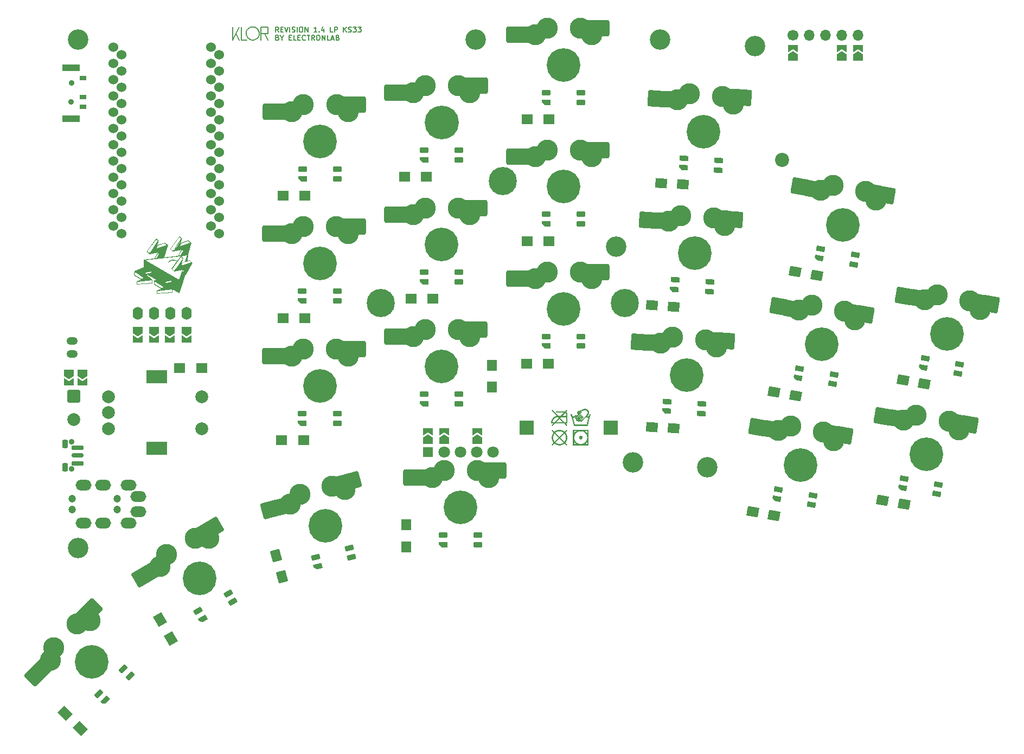
<source format=gts>
G04 #@! TF.GenerationSoftware,KiCad,Pcbnew,8.0.4-8.0.4-0~ubuntu22.04.1*
G04 #@! TF.CreationDate,2024-08-28T05:36:28+02:00*
G04 #@! TF.ProjectId,klor1_4,6b6c6f72-315f-4342-9e6b-696361645f70,v1.4.0 LP KS33*
G04 #@! TF.SameCoordinates,Original*
G04 #@! TF.FileFunction,Soldermask,Top*
G04 #@! TF.FilePolarity,Negative*
%FSLAX46Y46*%
G04 Gerber Fmt 4.6, Leading zero omitted, Abs format (unit mm)*
G04 Created by KiCad (PCBNEW 8.0.4-8.0.4-0~ubuntu22.04.1) date 2024-08-28 05:36:28*
%MOMM*%
%LPD*%
G01*
G04 APERTURE LIST*
G04 Aperture macros list*
%AMRoundRect*
0 Rectangle with rounded corners*
0 $1 Rounding radius*
0 $2 $3 $4 $5 $6 $7 $8 $9 X,Y pos of 4 corners*
0 Add a 4 corners polygon primitive as box body*
4,1,4,$2,$3,$4,$5,$6,$7,$8,$9,$2,$3,0*
0 Add four circle primitives for the rounded corners*
1,1,$1+$1,$2,$3*
1,1,$1+$1,$4,$5*
1,1,$1+$1,$6,$7*
1,1,$1+$1,$8,$9*
0 Add four rect primitives between the rounded corners*
20,1,$1+$1,$2,$3,$4,$5,0*
20,1,$1+$1,$4,$5,$6,$7,0*
20,1,$1+$1,$6,$7,$8,$9,0*
20,1,$1+$1,$8,$9,$2,$3,0*%
%AMRotRect*
0 Rectangle, with rotation*
0 The origin of the aperture is its center*
0 $1 length*
0 $2 width*
0 $3 Rotation angle, in degrees counterclockwise*
0 Add horizontal line*
21,1,$1,$2,0,0,$3*%
%AMFreePoly0*
4,1,6,1.000000,0.000000,0.500000,-0.750000,-0.500000,-0.750000,-0.500000,0.750000,0.500000,0.750000,1.000000,0.000000,1.000000,0.000000,$1*%
%AMFreePoly1*
4,1,6,0.500000,-0.750000,-0.650000,-0.750000,-0.150000,0.000000,-0.650000,0.750000,0.500000,0.750000,0.500000,-0.750000,0.500000,-0.750000,$1*%
%AMFreePoly2*
4,1,18,-0.410000,0.265000,0.000000,0.675000,0.328000,0.675000,0.359380,0.668758,0.385983,0.650983,0.403758,0.624380,0.410000,0.593000,0.410000,-0.593000,0.403758,-0.624380,0.385983,-0.650983,0.359380,-0.668758,0.328000,-0.675000,-0.328000,-0.675000,-0.359380,-0.668758,-0.385983,-0.650983,-0.403758,-0.624380,-0.410000,-0.593000,-0.410000,0.265000,-0.410000,0.265000,$1*%
G04 Aperture macros list end*
%ADD10C,0.150000*%
%ADD11C,0.000001*%
%ADD12C,0.000000*%
%ADD13C,1.200000*%
%ADD14O,2.500000X1.700000*%
%ADD15FreePoly0,270.000000*%
%ADD16FreePoly1,270.000000*%
%ADD17C,3.300000*%
%ADD18C,5.250000*%
%ADD19RoundRect,0.082000X0.651245X0.187383X0.187383X0.651245X-0.651245X-0.187383X-0.187383X-0.651245X0*%
%ADD20FreePoly2,135.000000*%
%ADD21RotRect,1.200000X2.550000X45.000000*%
%ADD22RoundRect,0.255000X0.035355X1.477853X-1.477853X-0.035355X-0.035355X-1.477853X1.477853X0.035355X0*%
%ADD23RotRect,1.200000X2.550000X225.000000*%
%ADD24RoundRect,0.082000X0.593000X-0.328000X0.593000X0.328000X-0.593000X0.328000X-0.593000X-0.328000X0*%
%ADD25FreePoly2,90.000000*%
%ADD26R,1.200000X2.550000*%
%ADD27RoundRect,0.255000X1.070000X1.020000X-1.070000X1.020000X-1.070000X-1.020000X1.070000X-1.020000X0*%
%ADD28RoundRect,0.082000X0.568675X-0.368567X0.614436X0.285835X-0.568675X0.368567X-0.614436X-0.285835X0*%
%ADD29FreePoly2,86.000000*%
%ADD30RotRect,1.200000X2.550000X356.000000*%
%ADD31RoundRect,0.255000X1.138545X0.942876X-0.996242X1.092155X-1.138545X-0.942876X0.996242X-1.092155X0*%
%ADD32RotRect,1.200000X2.550000X176.000000*%
%ADD33C,3.200000*%
%ADD34RotRect,1.800000X1.500000X350.000000*%
%ADD35R,1.800000X1.500000*%
%ADD36RotRect,1.800000X1.500000X356.000000*%
%ADD37RoundRect,0.082000X0.657687X-0.163344X0.487901X0.470303X-0.657687X0.163344X-0.487901X-0.470303X0*%
%ADD38FreePoly2,105.000000*%
%ADD39RotRect,1.200000X2.550000X15.000000*%
%ADD40RoundRect,0.255000X0.769545X1.262181X-1.297536X0.708308X-0.769545X-1.262181X1.297536X-0.708308X0*%
%ADD41RotRect,1.200000X2.550000X195.000000*%
%ADD42FreePoly0,90.000000*%
%ADD43FreePoly1,90.000000*%
%ADD44RoundRect,0.082000X0.527034X-0.425990X0.640948X0.220044X-0.527034X0.425990X-0.640948X-0.220044X0*%
%ADD45FreePoly2,80.000000*%
%ADD46RotRect,1.200000X2.550000X350.000000*%
%ADD47RoundRect,0.255000X1.230865X0.818700X-0.876623X1.190307X-1.230865X-0.818700X0.876623X-1.190307X0*%
%ADD48RotRect,1.200000X2.550000X170.000000*%
%ADD49RotRect,1.800000X1.500000X105.000000*%
%ADD50R,2.200000X2.200000*%
%ADD51C,2.200000*%
%ADD52C,2.000000*%
%ADD53R,3.200000X2.000000*%
%ADD54O,1.600000X2.000000*%
%ADD55RotRect,1.800000X1.500000X120.000000*%
%ADD56O,1.750000X1.200000*%
%ADD57C,0.900000*%
%ADD58RoundRect,0.187500X-0.712500X0.187500X-0.712500X-0.187500X0.712500X-0.187500X0.712500X0.187500X0*%
%ADD59RoundRect,0.150000X-0.750000X0.150000X-0.750000X-0.150000X0.750000X-0.150000X0.750000X0.150000X0*%
%ADD60RoundRect,0.225000X-0.225000X0.425000X-0.225000X-0.425000X0.225000X-0.425000X0.225000X0.425000X0*%
%ADD61C,4.400000*%
%ADD62RoundRect,0.082000X0.677553X0.012444X0.349553X0.580556X-0.677553X-0.012444X-0.349553X-0.580556X0*%
%ADD63FreePoly2,120.000000*%
%ADD64RotRect,1.200000X2.550000X30.000000*%
%ADD65RoundRect,0.255000X0.416647X1.418346X-1.436647X0.348346X-0.416647X-1.418346X1.436647X-0.348346X0*%
%ADD66RotRect,1.200000X2.550000X210.000000*%
%ADD67RotRect,1.800000X1.500000X135.000000*%
%ADD68R,1.500000X1.800000*%
%ADD69RoundRect,0.142858X-0.857142X0.857142X-0.857142X-0.857142X0.857142X-0.857142X0.857142X0.857142X0*%
%ADD70R,1.000000X0.700000*%
%ADD71R,2.800000X1.000000*%
%ADD72R,1.524000X1.524000*%
%ADD73C,1.800000*%
%ADD74C,1.524000*%
%ADD75C,1.700000*%
%ADD76O,1.700000X1.700000*%
G04 APERTURE END LIST*
D10*
X107458484Y-53704798D02*
X107458484Y-55795204D01*
X110576959Y-53704797D02*
X110733523Y-53716642D01*
X110882674Y-53751016D01*
X111022668Y-53806175D01*
X111192068Y-53909037D01*
X111337953Y-54041615D01*
X111456190Y-54199774D01*
X111542644Y-54379381D01*
X111584140Y-54525674D01*
X111603689Y-54679961D01*
X111605027Y-54732866D01*
X109548890Y-54732866D02*
X109560735Y-54576301D01*
X109595109Y-54427149D01*
X109650268Y-54287155D01*
X109753130Y-54117755D01*
X109885708Y-53971870D01*
X110043867Y-53853633D01*
X110223474Y-53767179D01*
X110369767Y-53725683D01*
X110524054Y-53706134D01*
X110576959Y-53704797D01*
X108829242Y-53704798D02*
X108829242Y-55760935D01*
D11*
X159631126Y-113639059D02*
X159433632Y-113836542D01*
X159453668Y-113851659D01*
X159472749Y-113867881D01*
X159490827Y-113885157D01*
X159507857Y-113903435D01*
X159523792Y-113922664D01*
X159538585Y-113942791D01*
X159552190Y-113963766D01*
X159564560Y-113985536D01*
X159575649Y-114008050D01*
X159585410Y-114031256D01*
X159593797Y-114055103D01*
X159600763Y-114079539D01*
X159606263Y-114104512D01*
X159610248Y-114129970D01*
X159612674Y-114155863D01*
X159613492Y-114182137D01*
X159613492Y-115557464D01*
X159331358Y-115557464D01*
X159634652Y-115860742D01*
X159542959Y-115952430D01*
X159147970Y-115557464D01*
X158403840Y-115557464D01*
X158403840Y-115426985D01*
X159017483Y-115426985D01*
X158428527Y-114838063D01*
X157839571Y-115426985D01*
X158396787Y-115426985D01*
X158396787Y-115557464D01*
X157709084Y-115557464D01*
X157314096Y-115952430D01*
X157222402Y-115860742D01*
X157525697Y-115557464D01*
X157165975Y-115557464D01*
X157165975Y-115493988D01*
X157167093Y-115445324D01*
X157168116Y-115430511D01*
X157168359Y-115426985D01*
X157296462Y-115426985D01*
X157296462Y-115430511D01*
X157652657Y-115430511D01*
X158333307Y-114749901D01*
X158329780Y-114746374D01*
X158523747Y-114746374D01*
X159200870Y-115426985D01*
X159483005Y-115426985D01*
X159483005Y-114577103D01*
X158693029Y-114577103D01*
X158523747Y-114746374D01*
X158329780Y-114746374D01*
X158164026Y-114580629D01*
X158120980Y-114583618D01*
X158078497Y-114588585D01*
X158036624Y-114595484D01*
X157995406Y-114604268D01*
X157954892Y-114614891D01*
X157915126Y-114627307D01*
X157876156Y-114641469D01*
X157838028Y-114657330D01*
X157800789Y-114674845D01*
X157764485Y-114693966D01*
X157729162Y-114714647D01*
X157694867Y-114736842D01*
X157661647Y-114760503D01*
X157629548Y-114785586D01*
X157598616Y-114812042D01*
X157568898Y-114839826D01*
X157540441Y-114868891D01*
X157513291Y-114899191D01*
X157487495Y-114930678D01*
X157463098Y-114963308D01*
X157440148Y-114997032D01*
X157418691Y-115031805D01*
X157398773Y-115067581D01*
X157380441Y-115104312D01*
X157363742Y-115141952D01*
X157348722Y-115180455D01*
X157335427Y-115219774D01*
X157323904Y-115259863D01*
X157314200Y-115300675D01*
X157306360Y-115342163D01*
X157300432Y-115384282D01*
X157296462Y-115426985D01*
X157168359Y-115426985D01*
X157170413Y-115397227D01*
X157175887Y-115349744D01*
X157183464Y-115302924D01*
X157193094Y-115256818D01*
X157204728Y-115211473D01*
X157218316Y-115166940D01*
X157233809Y-115123267D01*
X157251156Y-115080503D01*
X157270307Y-115038697D01*
X157291215Y-114997898D01*
X157313827Y-114958156D01*
X157338095Y-114919519D01*
X157363969Y-114882037D01*
X157391400Y-114845758D01*
X157420337Y-114810732D01*
X157450731Y-114777008D01*
X157482532Y-114744635D01*
X157515690Y-114713662D01*
X157550156Y-114684137D01*
X157585880Y-114656111D01*
X157622812Y-114629632D01*
X157660903Y-114604749D01*
X157700102Y-114581511D01*
X157708339Y-114577103D01*
X158347413Y-114577103D01*
X158428527Y-114658212D01*
X158509641Y-114577103D01*
X158347413Y-114577103D01*
X157708339Y-114577103D01*
X157740360Y-114559968D01*
X157781628Y-114540168D01*
X157823855Y-114522161D01*
X157866993Y-114505995D01*
X157910990Y-114491720D01*
X157955798Y-114479384D01*
X158001366Y-114469038D01*
X158047645Y-114460729D01*
X158037020Y-114450150D01*
X158819989Y-114450150D01*
X159479478Y-114450150D01*
X159479478Y-114185664D01*
X159479314Y-114175467D01*
X159478824Y-114165378D01*
X159478014Y-114155400D01*
X159476888Y-114145536D01*
X159475453Y-114135792D01*
X159473713Y-114126170D01*
X159471673Y-114116675D01*
X159469339Y-114107310D01*
X159466716Y-114098079D01*
X159463808Y-114088987D01*
X159460621Y-114080037D01*
X159457161Y-114071232D01*
X159453432Y-114062578D01*
X159449439Y-114054077D01*
X159445189Y-114045734D01*
X159440685Y-114037552D01*
X159435933Y-114029535D01*
X159430938Y-114021688D01*
X159425706Y-114014013D01*
X159420241Y-114006516D01*
X159408635Y-113992067D01*
X159396160Y-113978373D01*
X159382860Y-113965464D01*
X159368773Y-113953371D01*
X159353944Y-113942125D01*
X159338411Y-113931757D01*
X158819989Y-114450150D01*
X158037020Y-114450150D01*
X157222402Y-113639059D01*
X157314096Y-113547371D01*
X158216926Y-114446623D01*
X158636601Y-114446623D01*
X159197344Y-113885913D01*
X157895998Y-113885913D01*
X157895998Y-113755433D01*
X159183237Y-113755433D01*
X159191792Y-113755516D01*
X159200265Y-113755764D01*
X159208654Y-113756177D01*
X159216961Y-113756756D01*
X159225185Y-113757500D01*
X159233327Y-113758409D01*
X159241386Y-113759483D01*
X159249362Y-113760723D01*
X159257256Y-113762128D01*
X159265067Y-113763698D01*
X159272796Y-113765434D01*
X159280441Y-113767335D01*
X159288004Y-113769401D01*
X159295485Y-113771633D01*
X159302883Y-113774030D01*
X159310198Y-113776592D01*
X159539432Y-113547371D01*
X159631126Y-113639059D01*
G36*
X159631126Y-113639059D02*
G01*
X159433632Y-113836542D01*
X159453668Y-113851659D01*
X159472749Y-113867881D01*
X159490827Y-113885157D01*
X159507857Y-113903435D01*
X159523792Y-113922664D01*
X159538585Y-113942791D01*
X159552190Y-113963766D01*
X159564560Y-113985536D01*
X159575649Y-114008050D01*
X159585410Y-114031256D01*
X159593797Y-114055103D01*
X159600763Y-114079539D01*
X159606263Y-114104512D01*
X159610248Y-114129970D01*
X159612674Y-114155863D01*
X159613492Y-114182137D01*
X159613492Y-115557464D01*
X159331358Y-115557464D01*
X159634652Y-115860742D01*
X159542959Y-115952430D01*
X159147970Y-115557464D01*
X158403840Y-115557464D01*
X158403840Y-115426985D01*
X159017483Y-115426985D01*
X158428527Y-114838063D01*
X157839571Y-115426985D01*
X158396787Y-115426985D01*
X158396787Y-115557464D01*
X157709084Y-115557464D01*
X157314096Y-115952430D01*
X157222402Y-115860742D01*
X157525697Y-115557464D01*
X157165975Y-115557464D01*
X157165975Y-115493988D01*
X157167093Y-115445324D01*
X157168116Y-115430511D01*
X157168359Y-115426985D01*
X157296462Y-115426985D01*
X157296462Y-115430511D01*
X157652657Y-115430511D01*
X158333307Y-114749901D01*
X158329780Y-114746374D01*
X158523747Y-114746374D01*
X159200870Y-115426985D01*
X159483005Y-115426985D01*
X159483005Y-114577103D01*
X158693029Y-114577103D01*
X158523747Y-114746374D01*
X158329780Y-114746374D01*
X158164026Y-114580629D01*
X158120980Y-114583618D01*
X158078497Y-114588585D01*
X158036624Y-114595484D01*
X157995406Y-114604268D01*
X157954892Y-114614891D01*
X157915126Y-114627307D01*
X157876156Y-114641469D01*
X157838028Y-114657330D01*
X157800789Y-114674845D01*
X157764485Y-114693966D01*
X157729162Y-114714647D01*
X157694867Y-114736842D01*
X157661647Y-114760503D01*
X157629548Y-114785586D01*
X157598616Y-114812042D01*
X157568898Y-114839826D01*
X157540441Y-114868891D01*
X157513291Y-114899191D01*
X157487495Y-114930678D01*
X157463098Y-114963308D01*
X157440148Y-114997032D01*
X157418691Y-115031805D01*
X157398773Y-115067581D01*
X157380441Y-115104312D01*
X157363742Y-115141952D01*
X157348722Y-115180455D01*
X157335427Y-115219774D01*
X157323904Y-115259863D01*
X157314200Y-115300675D01*
X157306360Y-115342163D01*
X157300432Y-115384282D01*
X157296462Y-115426985D01*
X157168359Y-115426985D01*
X157170413Y-115397227D01*
X157175887Y-115349744D01*
X157183464Y-115302924D01*
X157193094Y-115256818D01*
X157204728Y-115211473D01*
X157218316Y-115166940D01*
X157233809Y-115123267D01*
X157251156Y-115080503D01*
X157270307Y-115038697D01*
X157291215Y-114997898D01*
X157313827Y-114958156D01*
X157338095Y-114919519D01*
X157363969Y-114882037D01*
X157391400Y-114845758D01*
X157420337Y-114810732D01*
X157450731Y-114777008D01*
X157482532Y-114744635D01*
X157515690Y-114713662D01*
X157550156Y-114684137D01*
X157585880Y-114656111D01*
X157622812Y-114629632D01*
X157660903Y-114604749D01*
X157700102Y-114581511D01*
X157708339Y-114577103D01*
X158347413Y-114577103D01*
X158428527Y-114658212D01*
X158509641Y-114577103D01*
X158347413Y-114577103D01*
X157708339Y-114577103D01*
X157740360Y-114559968D01*
X157781628Y-114540168D01*
X157823855Y-114522161D01*
X157866993Y-114505995D01*
X157910990Y-114491720D01*
X157955798Y-114479384D01*
X158001366Y-114469038D01*
X158047645Y-114460729D01*
X158037020Y-114450150D01*
X158819989Y-114450150D01*
X159479478Y-114450150D01*
X159479478Y-114185664D01*
X159479314Y-114175467D01*
X159478824Y-114165378D01*
X159478014Y-114155400D01*
X159476888Y-114145536D01*
X159475453Y-114135792D01*
X159473713Y-114126170D01*
X159471673Y-114116675D01*
X159469339Y-114107310D01*
X159466716Y-114098079D01*
X159463808Y-114088987D01*
X159460621Y-114080037D01*
X159457161Y-114071232D01*
X159453432Y-114062578D01*
X159449439Y-114054077D01*
X159445189Y-114045734D01*
X159440685Y-114037552D01*
X159435933Y-114029535D01*
X159430938Y-114021688D01*
X159425706Y-114014013D01*
X159420241Y-114006516D01*
X159408635Y-113992067D01*
X159396160Y-113978373D01*
X159382860Y-113965464D01*
X159368773Y-113953371D01*
X159353944Y-113942125D01*
X159338411Y-113931757D01*
X158819989Y-114450150D01*
X158037020Y-114450150D01*
X157222402Y-113639059D01*
X157314096Y-113547371D01*
X158216926Y-114446623D01*
X158636601Y-114446623D01*
X159197344Y-113885913D01*
X157895998Y-113885913D01*
X157895998Y-113755433D01*
X159183237Y-113755433D01*
X159191792Y-113755516D01*
X159200265Y-113755764D01*
X159208654Y-113756177D01*
X159216961Y-113756756D01*
X159225185Y-113757500D01*
X159233327Y-113758409D01*
X159241386Y-113759483D01*
X159249362Y-113760723D01*
X159257256Y-113762128D01*
X159265067Y-113763698D01*
X159272796Y-113765434D01*
X159280441Y-113767335D01*
X159288004Y-113769401D01*
X159295485Y-113771633D01*
X159302883Y-113774030D01*
X159310198Y-113776592D01*
X159539432Y-113547371D01*
X159631126Y-113639059D01*
G37*
D10*
X112907248Y-54767135D02*
X111913449Y-54767135D01*
D12*
G36*
X99560346Y-86763412D02*
G01*
X98161230Y-88835100D01*
X97707734Y-88407533D01*
X97715879Y-88396420D01*
X97828384Y-88396420D01*
X98145884Y-88695929D01*
X99441284Y-86777700D01*
X99185167Y-86545395D01*
X97828384Y-88396420D01*
X97715879Y-88396420D01*
X99171409Y-86410458D01*
X99560346Y-86763412D01*
G37*
D11*
X163187462Y-114185720D02*
X163186020Y-114185664D01*
X163189548Y-114185664D01*
X163187462Y-114185720D01*
G36*
X163187462Y-114185720D02*
G01*
X163186020Y-114185664D01*
X163189548Y-114185664D01*
X163187462Y-114185720D01*
G37*
D10*
X107458484Y-55795204D02*
X108486553Y-53704798D01*
X111879180Y-55795204D02*
X111879180Y-54767135D01*
D11*
X159631126Y-116710623D02*
X159299617Y-117042112D01*
X159333786Y-117081278D01*
X159366163Y-117122030D01*
X159396690Y-117164300D01*
X159425311Y-117208022D01*
X159451968Y-117253129D01*
X159476606Y-117299552D01*
X159499167Y-117347226D01*
X159519594Y-117396083D01*
X159537831Y-117446055D01*
X159553821Y-117497076D01*
X159567507Y-117549079D01*
X159578831Y-117601996D01*
X159587739Y-117655760D01*
X159594171Y-117710305D01*
X159598072Y-117765562D01*
X159599385Y-117821464D01*
X159598072Y-117877328D01*
X159594171Y-117932480D01*
X159587739Y-117986866D01*
X159578831Y-118040437D01*
X159567507Y-118093139D01*
X159553821Y-118144922D01*
X159537831Y-118195734D01*
X159519594Y-118245524D01*
X159499167Y-118294238D01*
X159476606Y-118341827D01*
X159451968Y-118388238D01*
X159425311Y-118433419D01*
X159396690Y-118477319D01*
X159366163Y-118519887D01*
X159333786Y-118561070D01*
X159299617Y-118600817D01*
X159631126Y-118932305D01*
X159539432Y-119023994D01*
X159207924Y-118692505D01*
X159168756Y-118726672D01*
X159128002Y-118759047D01*
X159085729Y-118789572D01*
X159042004Y-118818191D01*
X158996895Y-118844847D01*
X158950469Y-118869484D01*
X158902793Y-118892043D01*
X158853933Y-118912469D01*
X158803958Y-118930705D01*
X158752934Y-118946694D01*
X158700928Y-118960379D01*
X158648008Y-118971703D01*
X158594241Y-118980610D01*
X158539693Y-118987042D01*
X158484433Y-118990943D01*
X158428527Y-118992256D01*
X158372660Y-118990943D01*
X158317506Y-118987042D01*
X158263116Y-118980610D01*
X158209542Y-118971703D01*
X158156837Y-118960379D01*
X158105050Y-118946694D01*
X158054236Y-118930705D01*
X158004444Y-118912469D01*
X157955726Y-118892043D01*
X157908135Y-118869483D01*
X157861721Y-118844847D01*
X157816538Y-118818191D01*
X157772635Y-118789572D01*
X157730065Y-118759047D01*
X157688880Y-118726672D01*
X157649130Y-118692505D01*
X157317622Y-119023994D01*
X157225929Y-118932305D01*
X157557437Y-118600817D01*
X157740824Y-118600817D01*
X157775863Y-118630480D01*
X157812177Y-118658604D01*
X157849722Y-118685137D01*
X157888449Y-118710027D01*
X157928313Y-118733223D01*
X157969266Y-118754673D01*
X158011264Y-118774325D01*
X158054258Y-118792128D01*
X158098203Y-118808030D01*
X158143052Y-118821979D01*
X158188758Y-118833924D01*
X158235276Y-118843813D01*
X158282558Y-118851595D01*
X158330558Y-118857217D01*
X158379230Y-118860628D01*
X158428527Y-118861776D01*
X158432054Y-118861776D01*
X158480770Y-118860628D01*
X158529010Y-118857217D01*
X158576713Y-118851595D01*
X158623817Y-118843813D01*
X158670260Y-118833924D01*
X158715979Y-118821979D01*
X158760913Y-118808030D01*
X158805000Y-118792128D01*
X158848178Y-118774325D01*
X158890385Y-118754673D01*
X158931558Y-118733223D01*
X158971636Y-118710027D01*
X159010557Y-118685137D01*
X159048259Y-118658604D01*
X159084679Y-118630480D01*
X159119757Y-118600817D01*
X158428527Y-117913153D01*
X157740824Y-118600817D01*
X157557437Y-118600817D01*
X157523268Y-118561651D01*
X157490891Y-118520899D01*
X157460364Y-118478629D01*
X157431744Y-118434907D01*
X157405086Y-118389800D01*
X157380448Y-118343377D01*
X157357887Y-118295703D01*
X157337460Y-118246846D01*
X157319223Y-118196874D01*
X157303233Y-118145852D01*
X157289547Y-118093850D01*
X157278223Y-118040933D01*
X157269316Y-117987169D01*
X157262883Y-117932624D01*
X157258982Y-117877367D01*
X157257669Y-117821465D01*
X157388156Y-117821465D01*
X157389305Y-117870178D01*
X157392716Y-117918415D01*
X157398338Y-117966116D01*
X157406120Y-118013217D01*
X157416010Y-118059657D01*
X157427955Y-118105374D01*
X157441905Y-118150305D01*
X157457808Y-118194390D01*
X157475612Y-118237565D01*
X157495265Y-118279769D01*
X157516716Y-118320940D01*
X157539913Y-118361016D01*
X157564805Y-118399935D01*
X157591340Y-118437634D01*
X157619465Y-118474053D01*
X157649130Y-118509128D01*
X158336834Y-117821465D01*
X158333307Y-117817938D01*
X158520221Y-117817938D01*
X159211451Y-118509128D01*
X159241116Y-118473471D01*
X159269241Y-118436615D01*
X159295776Y-118398602D01*
X159320668Y-118359473D01*
X159343865Y-118319270D01*
X159365316Y-118278034D01*
X159384969Y-118235805D01*
X159402773Y-118192627D01*
X159418676Y-118148539D01*
X159432626Y-118103583D01*
X159444571Y-118057801D01*
X159454461Y-118011233D01*
X159462243Y-117963922D01*
X159467865Y-117915908D01*
X159471276Y-117867233D01*
X159472425Y-117817938D01*
X159472425Y-117814412D01*
X159471276Y-117765699D01*
X159467865Y-117717461D01*
X159462243Y-117669761D01*
X159454461Y-117622659D01*
X159444571Y-117576219D01*
X159432626Y-117530503D01*
X159418676Y-117485571D01*
X159402773Y-117441487D01*
X159384969Y-117398311D01*
X159365316Y-117356107D01*
X159343865Y-117314936D01*
X159320668Y-117274860D01*
X159295776Y-117235942D01*
X159269241Y-117198242D01*
X159241116Y-117161823D01*
X159211451Y-117126748D01*
X158520221Y-117817938D01*
X158333307Y-117817938D01*
X157649130Y-117133801D01*
X157619465Y-117168876D01*
X157591340Y-117205295D01*
X157564805Y-117242995D01*
X157539913Y-117281913D01*
X157516716Y-117321989D01*
X157495265Y-117363160D01*
X157475612Y-117405364D01*
X157457808Y-117448539D01*
X157441905Y-117492624D01*
X157427955Y-117537556D01*
X157416010Y-117583272D01*
X157406120Y-117629712D01*
X157398338Y-117676814D01*
X157392716Y-117724514D01*
X157389305Y-117772752D01*
X157388156Y-117821465D01*
X157257669Y-117821465D01*
X157257669Y-117821464D01*
X157258982Y-117765600D01*
X157262883Y-117710449D01*
X157269316Y-117656063D01*
X157278223Y-117602492D01*
X157289547Y-117549789D01*
X157303233Y-117498006D01*
X157319223Y-117447194D01*
X157337460Y-117397405D01*
X157357887Y-117348690D01*
X157380448Y-117301102D01*
X157405086Y-117254691D01*
X157431744Y-117209510D01*
X157460364Y-117165610D01*
X157490891Y-117123042D01*
X157523268Y-117081859D01*
X157557437Y-117042112D01*
X157553910Y-117038586D01*
X157737297Y-117038586D01*
X158425000Y-117726249D01*
X159116230Y-117038586D01*
X159081191Y-117008922D01*
X159044877Y-116980798D01*
X159007333Y-116954265D01*
X158968605Y-116929375D01*
X158928742Y-116906179D01*
X158887788Y-116884729D01*
X158845791Y-116865077D01*
X158802796Y-116847274D01*
X158758851Y-116831372D01*
X158714002Y-116817423D01*
X158668296Y-116805478D01*
X158621778Y-116795589D01*
X158574496Y-116787808D01*
X158526496Y-116782186D01*
X158477824Y-116778775D01*
X158428527Y-116777626D01*
X158379190Y-116778775D01*
X158330407Y-116782186D01*
X158282233Y-116787808D01*
X158234725Y-116795589D01*
X158187940Y-116805478D01*
X158141936Y-116817423D01*
X158096768Y-116831372D01*
X158052495Y-116847274D01*
X158009171Y-116865077D01*
X157966855Y-116884729D01*
X157925604Y-116906179D01*
X157885473Y-116929375D01*
X157846520Y-116954265D01*
X157808802Y-116980798D01*
X157772376Y-117008922D01*
X157737297Y-117038586D01*
X157553910Y-117038586D01*
X157225929Y-116710623D01*
X157317622Y-116618935D01*
X157649130Y-116950424D01*
X157688298Y-116916257D01*
X157729052Y-116883882D01*
X157771325Y-116853357D01*
X157815050Y-116824738D01*
X157860159Y-116798082D01*
X157906585Y-116773445D01*
X157954262Y-116750886D01*
X158003121Y-116730459D01*
X158053097Y-116712223D01*
X158104121Y-116696235D01*
X158156126Y-116682550D01*
X158209046Y-116671226D01*
X158262814Y-116662319D01*
X158317361Y-116655887D01*
X158372621Y-116651986D01*
X158428527Y-116650673D01*
X158484394Y-116651986D01*
X158539549Y-116655887D01*
X158593938Y-116662319D01*
X158647512Y-116671226D01*
X158700218Y-116682550D01*
X158752004Y-116696235D01*
X158802819Y-116712224D01*
X158852611Y-116730460D01*
X158901328Y-116750886D01*
X158948919Y-116773445D01*
X158995333Y-116798082D01*
X159040517Y-116824738D01*
X159084419Y-116853357D01*
X159126989Y-116883882D01*
X159168175Y-116916257D01*
X159207924Y-116950424D01*
X159539432Y-116618935D01*
X159631126Y-116710623D01*
G36*
X159631126Y-116710623D02*
G01*
X159299617Y-117042112D01*
X159333786Y-117081278D01*
X159366163Y-117122030D01*
X159396690Y-117164300D01*
X159425311Y-117208022D01*
X159451968Y-117253129D01*
X159476606Y-117299552D01*
X159499167Y-117347226D01*
X159519594Y-117396083D01*
X159537831Y-117446055D01*
X159553821Y-117497076D01*
X159567507Y-117549079D01*
X159578831Y-117601996D01*
X159587739Y-117655760D01*
X159594171Y-117710305D01*
X159598072Y-117765562D01*
X159599385Y-117821464D01*
X159598072Y-117877328D01*
X159594171Y-117932480D01*
X159587739Y-117986866D01*
X159578831Y-118040437D01*
X159567507Y-118093139D01*
X159553821Y-118144922D01*
X159537831Y-118195734D01*
X159519594Y-118245524D01*
X159499167Y-118294238D01*
X159476606Y-118341827D01*
X159451968Y-118388238D01*
X159425311Y-118433419D01*
X159396690Y-118477319D01*
X159366163Y-118519887D01*
X159333786Y-118561070D01*
X159299617Y-118600817D01*
X159631126Y-118932305D01*
X159539432Y-119023994D01*
X159207924Y-118692505D01*
X159168756Y-118726672D01*
X159128002Y-118759047D01*
X159085729Y-118789572D01*
X159042004Y-118818191D01*
X158996895Y-118844847D01*
X158950469Y-118869484D01*
X158902793Y-118892043D01*
X158853933Y-118912469D01*
X158803958Y-118930705D01*
X158752934Y-118946694D01*
X158700928Y-118960379D01*
X158648008Y-118971703D01*
X158594241Y-118980610D01*
X158539693Y-118987042D01*
X158484433Y-118990943D01*
X158428527Y-118992256D01*
X158372660Y-118990943D01*
X158317506Y-118987042D01*
X158263116Y-118980610D01*
X158209542Y-118971703D01*
X158156837Y-118960379D01*
X158105050Y-118946694D01*
X158054236Y-118930705D01*
X158004444Y-118912469D01*
X157955726Y-118892043D01*
X157908135Y-118869483D01*
X157861721Y-118844847D01*
X157816538Y-118818191D01*
X157772635Y-118789572D01*
X157730065Y-118759047D01*
X157688880Y-118726672D01*
X157649130Y-118692505D01*
X157317622Y-119023994D01*
X157225929Y-118932305D01*
X157557437Y-118600817D01*
X157740824Y-118600817D01*
X157775863Y-118630480D01*
X157812177Y-118658604D01*
X157849722Y-118685137D01*
X157888449Y-118710027D01*
X157928313Y-118733223D01*
X157969266Y-118754673D01*
X158011264Y-118774325D01*
X158054258Y-118792128D01*
X158098203Y-118808030D01*
X158143052Y-118821979D01*
X158188758Y-118833924D01*
X158235276Y-118843813D01*
X158282558Y-118851595D01*
X158330558Y-118857217D01*
X158379230Y-118860628D01*
X158428527Y-118861776D01*
X158432054Y-118861776D01*
X158480770Y-118860628D01*
X158529010Y-118857217D01*
X158576713Y-118851595D01*
X158623817Y-118843813D01*
X158670260Y-118833924D01*
X158715979Y-118821979D01*
X158760913Y-118808030D01*
X158805000Y-118792128D01*
X158848178Y-118774325D01*
X158890385Y-118754673D01*
X158931558Y-118733223D01*
X158971636Y-118710027D01*
X159010557Y-118685137D01*
X159048259Y-118658604D01*
X159084679Y-118630480D01*
X159119757Y-118600817D01*
X158428527Y-117913153D01*
X157740824Y-118600817D01*
X157557437Y-118600817D01*
X157523268Y-118561651D01*
X157490891Y-118520899D01*
X157460364Y-118478629D01*
X157431744Y-118434907D01*
X157405086Y-118389800D01*
X157380448Y-118343377D01*
X157357887Y-118295703D01*
X157337460Y-118246846D01*
X157319223Y-118196874D01*
X157303233Y-118145852D01*
X157289547Y-118093850D01*
X157278223Y-118040933D01*
X157269316Y-117987169D01*
X157262883Y-117932624D01*
X157258982Y-117877367D01*
X157257669Y-117821465D01*
X157388156Y-117821465D01*
X157389305Y-117870178D01*
X157392716Y-117918415D01*
X157398338Y-117966116D01*
X157406120Y-118013217D01*
X157416010Y-118059657D01*
X157427955Y-118105374D01*
X157441905Y-118150305D01*
X157457808Y-118194390D01*
X157475612Y-118237565D01*
X157495265Y-118279769D01*
X157516716Y-118320940D01*
X157539913Y-118361016D01*
X157564805Y-118399935D01*
X157591340Y-118437634D01*
X157619465Y-118474053D01*
X157649130Y-118509128D01*
X158336834Y-117821465D01*
X158333307Y-117817938D01*
X158520221Y-117817938D01*
X159211451Y-118509128D01*
X159241116Y-118473471D01*
X159269241Y-118436615D01*
X159295776Y-118398602D01*
X159320668Y-118359473D01*
X159343865Y-118319270D01*
X159365316Y-118278034D01*
X159384969Y-118235805D01*
X159402773Y-118192627D01*
X159418676Y-118148539D01*
X159432626Y-118103583D01*
X159444571Y-118057801D01*
X159454461Y-118011233D01*
X159462243Y-117963922D01*
X159467865Y-117915908D01*
X159471276Y-117867233D01*
X159472425Y-117817938D01*
X159472425Y-117814412D01*
X159471276Y-117765699D01*
X159467865Y-117717461D01*
X159462243Y-117669761D01*
X159454461Y-117622659D01*
X159444571Y-117576219D01*
X159432626Y-117530503D01*
X159418676Y-117485571D01*
X159402773Y-117441487D01*
X159384969Y-117398311D01*
X159365316Y-117356107D01*
X159343865Y-117314936D01*
X159320668Y-117274860D01*
X159295776Y-117235942D01*
X159269241Y-117198242D01*
X159241116Y-117161823D01*
X159211451Y-117126748D01*
X158520221Y-117817938D01*
X158333307Y-117817938D01*
X157649130Y-117133801D01*
X157619465Y-117168876D01*
X157591340Y-117205295D01*
X157564805Y-117242995D01*
X157539913Y-117281913D01*
X157516716Y-117321989D01*
X157495265Y-117363160D01*
X157475612Y-117405364D01*
X157457808Y-117448539D01*
X157441905Y-117492624D01*
X157427955Y-117537556D01*
X157416010Y-117583272D01*
X157406120Y-117629712D01*
X157398338Y-117676814D01*
X157392716Y-117724514D01*
X157389305Y-117772752D01*
X157388156Y-117821465D01*
X157257669Y-117821465D01*
X157257669Y-117821464D01*
X157258982Y-117765600D01*
X157262883Y-117710449D01*
X157269316Y-117656063D01*
X157278223Y-117602492D01*
X157289547Y-117549789D01*
X157303233Y-117498006D01*
X157319223Y-117447194D01*
X157337460Y-117397405D01*
X157357887Y-117348690D01*
X157380448Y-117301102D01*
X157405086Y-117254691D01*
X157431744Y-117209510D01*
X157460364Y-117165610D01*
X157490891Y-117123042D01*
X157523268Y-117081859D01*
X157557437Y-117042112D01*
X157553910Y-117038586D01*
X157737297Y-117038586D01*
X158425000Y-117726249D01*
X159116230Y-117038586D01*
X159081191Y-117008922D01*
X159044877Y-116980798D01*
X159007333Y-116954265D01*
X158968605Y-116929375D01*
X158928742Y-116906179D01*
X158887788Y-116884729D01*
X158845791Y-116865077D01*
X158802796Y-116847274D01*
X158758851Y-116831372D01*
X158714002Y-116817423D01*
X158668296Y-116805478D01*
X158621778Y-116795589D01*
X158574496Y-116787808D01*
X158526496Y-116782186D01*
X158477824Y-116778775D01*
X158428527Y-116777626D01*
X158379190Y-116778775D01*
X158330407Y-116782186D01*
X158282233Y-116787808D01*
X158234725Y-116795589D01*
X158187940Y-116805478D01*
X158141936Y-116817423D01*
X158096768Y-116831372D01*
X158052495Y-116847274D01*
X158009171Y-116865077D01*
X157966855Y-116884729D01*
X157925604Y-116906179D01*
X157885473Y-116929375D01*
X157846520Y-116954265D01*
X157808802Y-116980798D01*
X157772376Y-117008922D01*
X157737297Y-117038586D01*
X157553910Y-117038586D01*
X157225929Y-116710623D01*
X157317622Y-116618935D01*
X157649130Y-116950424D01*
X157688298Y-116916257D01*
X157729052Y-116883882D01*
X157771325Y-116853357D01*
X157815050Y-116824738D01*
X157860159Y-116798082D01*
X157906585Y-116773445D01*
X157954262Y-116750886D01*
X158003121Y-116730459D01*
X158053097Y-116712223D01*
X158104121Y-116696235D01*
X158156126Y-116682550D01*
X158209046Y-116671226D01*
X158262814Y-116662319D01*
X158317361Y-116655887D01*
X158372621Y-116651986D01*
X158428527Y-116650673D01*
X158484394Y-116651986D01*
X158539549Y-116655887D01*
X158593938Y-116662319D01*
X158647512Y-116671226D01*
X158700218Y-116682550D01*
X158752004Y-116696235D01*
X158802819Y-116712224D01*
X158852611Y-116730460D01*
X158901328Y-116750886D01*
X158948919Y-116773445D01*
X158995333Y-116798082D01*
X159040517Y-116824738D01*
X159084419Y-116853357D01*
X159126989Y-116883882D01*
X159168175Y-116916257D01*
X159207924Y-116950424D01*
X159539432Y-116618935D01*
X159631126Y-116710623D01*
G37*
D10*
X111605027Y-54732866D02*
X111593181Y-54889430D01*
X111558807Y-55038581D01*
X111503648Y-55178575D01*
X111400786Y-55347975D01*
X111268208Y-55493860D01*
X111110049Y-55612097D01*
X110930443Y-55698551D01*
X110784150Y-55740047D01*
X110629863Y-55759596D01*
X110576959Y-55760934D01*
X108486554Y-55795204D02*
X107972519Y-54732866D01*
X108829242Y-55760935D02*
X109617428Y-55760935D01*
D11*
X162910940Y-118995782D02*
X160565696Y-118995782D01*
X160565696Y-118865302D01*
X160692657Y-118865302D01*
X161204026Y-118865302D01*
X161163489Y-118843365D01*
X161123904Y-118819899D01*
X161085310Y-118794945D01*
X161047750Y-118768545D01*
X161011264Y-118740739D01*
X160975893Y-118711570D01*
X160941681Y-118681078D01*
X160908666Y-118649306D01*
X160876892Y-118616293D01*
X160846398Y-118582082D01*
X160817227Y-118546714D01*
X160789420Y-118510230D01*
X160763018Y-118472672D01*
X160738063Y-118434080D01*
X160714595Y-118394497D01*
X160692657Y-118353963D01*
X160692657Y-118865302D01*
X160565696Y-118865302D01*
X160565696Y-118353963D01*
X160565696Y-117821464D01*
X160692657Y-117821464D01*
X160694020Y-117875032D01*
X160698065Y-117927914D01*
X160704725Y-117980043D01*
X160713934Y-118031352D01*
X160725625Y-118081775D01*
X160739732Y-118131246D01*
X160756189Y-118179698D01*
X160774928Y-118227065D01*
X160795883Y-118273279D01*
X160818988Y-118318275D01*
X160844176Y-118361986D01*
X160871381Y-118404346D01*
X160900536Y-118445288D01*
X160931575Y-118484745D01*
X160964431Y-118522651D01*
X160999037Y-118558940D01*
X161035328Y-118593544D01*
X161073236Y-118626398D01*
X161112696Y-118657435D01*
X161153640Y-118686588D01*
X161196002Y-118713792D01*
X161239715Y-118738979D01*
X161284714Y-118762082D01*
X161330931Y-118783036D01*
X161378301Y-118801774D01*
X161426755Y-118818230D01*
X161476229Y-118832336D01*
X161526655Y-118844026D01*
X161577968Y-118853235D01*
X161630099Y-118859895D01*
X161682984Y-118863939D01*
X161736555Y-118865302D01*
X162269084Y-118865302D01*
X162780453Y-118865302D01*
X162780453Y-118353963D01*
X162758514Y-118394497D01*
X162735047Y-118434080D01*
X162710091Y-118472672D01*
X162683689Y-118510230D01*
X162655882Y-118546714D01*
X162626711Y-118582082D01*
X162596218Y-118616293D01*
X162564443Y-118649306D01*
X162531429Y-118681078D01*
X162497216Y-118711570D01*
X162461846Y-118740739D01*
X162425360Y-118768545D01*
X162387799Y-118794945D01*
X162349206Y-118819899D01*
X162309620Y-118843365D01*
X162269084Y-118865302D01*
X161736555Y-118865302D01*
X161790126Y-118863939D01*
X161843011Y-118859895D01*
X161895142Y-118853235D01*
X161946455Y-118844026D01*
X161996881Y-118832336D01*
X162046355Y-118818230D01*
X162094809Y-118801774D01*
X162142178Y-118783036D01*
X162188396Y-118762082D01*
X162233394Y-118738979D01*
X162277108Y-118713792D01*
X162319470Y-118686588D01*
X162360414Y-118657435D01*
X162399873Y-118626398D01*
X162437782Y-118593544D01*
X162474072Y-118558940D01*
X162508679Y-118522651D01*
X162541535Y-118484745D01*
X162572573Y-118445288D01*
X162601728Y-118404346D01*
X162628933Y-118361986D01*
X162654122Y-118318275D01*
X162677227Y-118273279D01*
X162698182Y-118227065D01*
X162716921Y-118179698D01*
X162733377Y-118131246D01*
X162747484Y-118081775D01*
X162759175Y-118031352D01*
X162768384Y-117980043D01*
X162775045Y-117927914D01*
X162779090Y-117875032D01*
X162780453Y-117821464D01*
X162779090Y-117767896D01*
X162775045Y-117715015D01*
X162768384Y-117662886D01*
X162759175Y-117611577D01*
X162747484Y-117561154D01*
X162733377Y-117511683D01*
X162716921Y-117463231D01*
X162698182Y-117415864D01*
X162677227Y-117369650D01*
X162654122Y-117324653D01*
X162628933Y-117280942D01*
X162601728Y-117238583D01*
X162572573Y-117197641D01*
X162541535Y-117158184D01*
X162508679Y-117120278D01*
X162474072Y-117083989D01*
X162437782Y-117049385D01*
X162399873Y-117016531D01*
X162360414Y-116985494D01*
X162319470Y-116956340D01*
X162277108Y-116929137D01*
X162233394Y-116903950D01*
X162188396Y-116880847D01*
X162142178Y-116859893D01*
X162094809Y-116841155D01*
X162046355Y-116824699D01*
X161996881Y-116810593D01*
X161946455Y-116798902D01*
X161895142Y-116789694D01*
X161843011Y-116783034D01*
X161790126Y-116778989D01*
X161736555Y-116777626D01*
X162269084Y-116777626D01*
X162309620Y-116799564D01*
X162349206Y-116823030D01*
X162387799Y-116847984D01*
X162425360Y-116874384D01*
X162461846Y-116902189D01*
X162497216Y-116931359D01*
X162531429Y-116961850D01*
X162564443Y-116993623D01*
X162596218Y-117026636D01*
X162626711Y-117060847D01*
X162655882Y-117096215D01*
X162683689Y-117132699D01*
X162710091Y-117170257D01*
X162735047Y-117208849D01*
X162758514Y-117248432D01*
X162780453Y-117288966D01*
X162780453Y-116777626D01*
X162269084Y-116777626D01*
X161736555Y-116777626D01*
X161682984Y-116778989D01*
X161630099Y-116783034D01*
X161577968Y-116789694D01*
X161526655Y-116798902D01*
X161476229Y-116810593D01*
X161426755Y-116824699D01*
X161378301Y-116841155D01*
X161330931Y-116859893D01*
X161284714Y-116880847D01*
X161239715Y-116903950D01*
X161196002Y-116929137D01*
X161153640Y-116956340D01*
X161112696Y-116985494D01*
X161073236Y-117016531D01*
X161035328Y-117049385D01*
X160999037Y-117083989D01*
X160964431Y-117120278D01*
X160931575Y-117158184D01*
X160900536Y-117197641D01*
X160871381Y-117238583D01*
X160844176Y-117280942D01*
X160818988Y-117324653D01*
X160795883Y-117369650D01*
X160774928Y-117415864D01*
X160756189Y-117463231D01*
X160739732Y-117511683D01*
X160725625Y-117561154D01*
X160713934Y-117611577D01*
X160704725Y-117662886D01*
X160698065Y-117715015D01*
X160694020Y-117767896D01*
X160692657Y-117821464D01*
X160565696Y-117821464D01*
X160565696Y-117288966D01*
X160565696Y-116777626D01*
X160692657Y-116777626D01*
X160692657Y-117288966D01*
X160714595Y-117248432D01*
X160738063Y-117208849D01*
X160763018Y-117170257D01*
X160789420Y-117132699D01*
X160817227Y-117096215D01*
X160846398Y-117060847D01*
X160876892Y-117026636D01*
X160908666Y-116993623D01*
X160941681Y-116961850D01*
X160975893Y-116931359D01*
X161011264Y-116902189D01*
X161047750Y-116874384D01*
X161085310Y-116847984D01*
X161123904Y-116823030D01*
X161163489Y-116799564D01*
X161204026Y-116777626D01*
X160692657Y-116777626D01*
X160565696Y-116777626D01*
X160565696Y-116650673D01*
X162910940Y-116650673D01*
X162910940Y-118995782D01*
G36*
X162910940Y-118995782D02*
G01*
X160565696Y-118995782D01*
X160565696Y-118865302D01*
X160692657Y-118865302D01*
X161204026Y-118865302D01*
X161163489Y-118843365D01*
X161123904Y-118819899D01*
X161085310Y-118794945D01*
X161047750Y-118768545D01*
X161011264Y-118740739D01*
X160975893Y-118711570D01*
X160941681Y-118681078D01*
X160908666Y-118649306D01*
X160876892Y-118616293D01*
X160846398Y-118582082D01*
X160817227Y-118546714D01*
X160789420Y-118510230D01*
X160763018Y-118472672D01*
X160738063Y-118434080D01*
X160714595Y-118394497D01*
X160692657Y-118353963D01*
X160692657Y-118865302D01*
X160565696Y-118865302D01*
X160565696Y-118353963D01*
X160565696Y-117821464D01*
X160692657Y-117821464D01*
X160694020Y-117875032D01*
X160698065Y-117927914D01*
X160704725Y-117980043D01*
X160713934Y-118031352D01*
X160725625Y-118081775D01*
X160739732Y-118131246D01*
X160756189Y-118179698D01*
X160774928Y-118227065D01*
X160795883Y-118273279D01*
X160818988Y-118318275D01*
X160844176Y-118361986D01*
X160871381Y-118404346D01*
X160900536Y-118445288D01*
X160931575Y-118484745D01*
X160964431Y-118522651D01*
X160999037Y-118558940D01*
X161035328Y-118593544D01*
X161073236Y-118626398D01*
X161112696Y-118657435D01*
X161153640Y-118686588D01*
X161196002Y-118713792D01*
X161239715Y-118738979D01*
X161284714Y-118762082D01*
X161330931Y-118783036D01*
X161378301Y-118801774D01*
X161426755Y-118818230D01*
X161476229Y-118832336D01*
X161526655Y-118844026D01*
X161577968Y-118853235D01*
X161630099Y-118859895D01*
X161682984Y-118863939D01*
X161736555Y-118865302D01*
X162269084Y-118865302D01*
X162780453Y-118865302D01*
X162780453Y-118353963D01*
X162758514Y-118394497D01*
X162735047Y-118434080D01*
X162710091Y-118472672D01*
X162683689Y-118510230D01*
X162655882Y-118546714D01*
X162626711Y-118582082D01*
X162596218Y-118616293D01*
X162564443Y-118649306D01*
X162531429Y-118681078D01*
X162497216Y-118711570D01*
X162461846Y-118740739D01*
X162425360Y-118768545D01*
X162387799Y-118794945D01*
X162349206Y-118819899D01*
X162309620Y-118843365D01*
X162269084Y-118865302D01*
X161736555Y-118865302D01*
X161790126Y-118863939D01*
X161843011Y-118859895D01*
X161895142Y-118853235D01*
X161946455Y-118844026D01*
X161996881Y-118832336D01*
X162046355Y-118818230D01*
X162094809Y-118801774D01*
X162142178Y-118783036D01*
X162188396Y-118762082D01*
X162233394Y-118738979D01*
X162277108Y-118713792D01*
X162319470Y-118686588D01*
X162360414Y-118657435D01*
X162399873Y-118626398D01*
X162437782Y-118593544D01*
X162474072Y-118558940D01*
X162508679Y-118522651D01*
X162541535Y-118484745D01*
X162572573Y-118445288D01*
X162601728Y-118404346D01*
X162628933Y-118361986D01*
X162654122Y-118318275D01*
X162677227Y-118273279D01*
X162698182Y-118227065D01*
X162716921Y-118179698D01*
X162733377Y-118131246D01*
X162747484Y-118081775D01*
X162759175Y-118031352D01*
X162768384Y-117980043D01*
X162775045Y-117927914D01*
X162779090Y-117875032D01*
X162780453Y-117821464D01*
X162779090Y-117767896D01*
X162775045Y-117715015D01*
X162768384Y-117662886D01*
X162759175Y-117611577D01*
X162747484Y-117561154D01*
X162733377Y-117511683D01*
X162716921Y-117463231D01*
X162698182Y-117415864D01*
X162677227Y-117369650D01*
X162654122Y-117324653D01*
X162628933Y-117280942D01*
X162601728Y-117238583D01*
X162572573Y-117197641D01*
X162541535Y-117158184D01*
X162508679Y-117120278D01*
X162474072Y-117083989D01*
X162437782Y-117049385D01*
X162399873Y-117016531D01*
X162360414Y-116985494D01*
X162319470Y-116956340D01*
X162277108Y-116929137D01*
X162233394Y-116903950D01*
X162188396Y-116880847D01*
X162142178Y-116859893D01*
X162094809Y-116841155D01*
X162046355Y-116824699D01*
X161996881Y-116810593D01*
X161946455Y-116798902D01*
X161895142Y-116789694D01*
X161843011Y-116783034D01*
X161790126Y-116778989D01*
X161736555Y-116777626D01*
X162269084Y-116777626D01*
X162309620Y-116799564D01*
X162349206Y-116823030D01*
X162387799Y-116847984D01*
X162425360Y-116874384D01*
X162461846Y-116902189D01*
X162497216Y-116931359D01*
X162531429Y-116961850D01*
X162564443Y-116993623D01*
X162596218Y-117026636D01*
X162626711Y-117060847D01*
X162655882Y-117096215D01*
X162683689Y-117132699D01*
X162710091Y-117170257D01*
X162735047Y-117208849D01*
X162758514Y-117248432D01*
X162780453Y-117288966D01*
X162780453Y-116777626D01*
X162269084Y-116777626D01*
X161736555Y-116777626D01*
X161682984Y-116778989D01*
X161630099Y-116783034D01*
X161577968Y-116789694D01*
X161526655Y-116798902D01*
X161476229Y-116810593D01*
X161426755Y-116824699D01*
X161378301Y-116841155D01*
X161330931Y-116859893D01*
X161284714Y-116880847D01*
X161239715Y-116903950D01*
X161196002Y-116929137D01*
X161153640Y-116956340D01*
X161112696Y-116985494D01*
X161073236Y-117016531D01*
X161035328Y-117049385D01*
X160999037Y-117083989D01*
X160964431Y-117120278D01*
X160931575Y-117158184D01*
X160900536Y-117197641D01*
X160871381Y-117238583D01*
X160844176Y-117280942D01*
X160818988Y-117324653D01*
X160795883Y-117369650D01*
X160774928Y-117415864D01*
X160756189Y-117463231D01*
X160739732Y-117511683D01*
X160725625Y-117561154D01*
X160713934Y-117611577D01*
X160704725Y-117662886D01*
X160698065Y-117715015D01*
X160694020Y-117767896D01*
X160692657Y-117821464D01*
X160565696Y-117821464D01*
X160565696Y-117288966D01*
X160565696Y-116777626D01*
X160692657Y-116777626D01*
X160692657Y-117288966D01*
X160714595Y-117248432D01*
X160738063Y-117208849D01*
X160763018Y-117170257D01*
X160789420Y-117132699D01*
X160817227Y-117096215D01*
X160846398Y-117060847D01*
X160876892Y-117026636D01*
X160908666Y-116993623D01*
X160941681Y-116961850D01*
X160975893Y-116931359D01*
X161011264Y-116902189D01*
X161047750Y-116874384D01*
X161085310Y-116847984D01*
X161123904Y-116823030D01*
X161163489Y-116799564D01*
X161204026Y-116777626D01*
X160692657Y-116777626D01*
X160565696Y-116777626D01*
X160565696Y-116650673D01*
X162910940Y-116650673D01*
X162910940Y-118995782D01*
G37*
D10*
X111879180Y-53739067D02*
X112907248Y-53739067D01*
X111605027Y-54732866D02*
X111605027Y-54732866D01*
D11*
X161748703Y-117589014D02*
X161760673Y-117589897D01*
X161772450Y-117591352D01*
X161784020Y-117593366D01*
X161795372Y-117595925D01*
X161806490Y-117599015D01*
X161817362Y-117602623D01*
X161827973Y-117606735D01*
X161838311Y-117611338D01*
X161848361Y-117616418D01*
X161858110Y-117621962D01*
X161867545Y-117627956D01*
X161876652Y-117634386D01*
X161885417Y-117641239D01*
X161893827Y-117648502D01*
X161901868Y-117656161D01*
X161909527Y-117664202D01*
X161916790Y-117672611D01*
X161923644Y-117681376D01*
X161930075Y-117690482D01*
X161936069Y-117699916D01*
X161941613Y-117709665D01*
X161946693Y-117719714D01*
X161951297Y-117730051D01*
X161955409Y-117740662D01*
X161959017Y-117751533D01*
X161962108Y-117762651D01*
X161964666Y-117774002D01*
X161966680Y-117785572D01*
X161968135Y-117797348D01*
X161969019Y-117809317D01*
X161969316Y-117821464D01*
X161969019Y-117833612D01*
X161968135Y-117845581D01*
X161966680Y-117857357D01*
X161964666Y-117868927D01*
X161962108Y-117880278D01*
X161959017Y-117891396D01*
X161955409Y-117902267D01*
X161951297Y-117912877D01*
X161946693Y-117923214D01*
X161941613Y-117933264D01*
X161936069Y-117943013D01*
X161930075Y-117952447D01*
X161923644Y-117961553D01*
X161916790Y-117970318D01*
X161909527Y-117978727D01*
X161901868Y-117986768D01*
X161893827Y-117994427D01*
X161885417Y-118001689D01*
X161876652Y-118008543D01*
X161867545Y-118014973D01*
X161858110Y-118020967D01*
X161848361Y-118026511D01*
X161838311Y-118031591D01*
X161827973Y-118036194D01*
X161817362Y-118040306D01*
X161806490Y-118043914D01*
X161795372Y-118047004D01*
X161784020Y-118049563D01*
X161772450Y-118051576D01*
X161760673Y-118053032D01*
X161748703Y-118053915D01*
X161736555Y-118054212D01*
X161724407Y-118053915D01*
X161712437Y-118053032D01*
X161700660Y-118051576D01*
X161689089Y-118049563D01*
X161677738Y-118047004D01*
X161666620Y-118043914D01*
X161655748Y-118040306D01*
X161645137Y-118036194D01*
X161634799Y-118031591D01*
X161624749Y-118026511D01*
X161615000Y-118020967D01*
X161605565Y-118014973D01*
X161596458Y-118008543D01*
X161587693Y-118001689D01*
X161579283Y-117994427D01*
X161571242Y-117986768D01*
X161563583Y-117978727D01*
X161556320Y-117970318D01*
X161549466Y-117961553D01*
X161543035Y-117952447D01*
X161537041Y-117943013D01*
X161531497Y-117933264D01*
X161526416Y-117923214D01*
X161521813Y-117912877D01*
X161517701Y-117902267D01*
X161514093Y-117891396D01*
X161511002Y-117880278D01*
X161508444Y-117868927D01*
X161506430Y-117857357D01*
X161504975Y-117845581D01*
X161504091Y-117833612D01*
X161503794Y-117821464D01*
X161504091Y-117809627D01*
X161504975Y-117797929D01*
X161506430Y-117786386D01*
X161508444Y-117775014D01*
X161511002Y-117763828D01*
X161514093Y-117752843D01*
X161517701Y-117742075D01*
X161521813Y-117731539D01*
X161526416Y-117721252D01*
X161531497Y-117711228D01*
X161537041Y-117701482D01*
X161543035Y-117692032D01*
X161549466Y-117682891D01*
X161556320Y-117674076D01*
X161563583Y-117665601D01*
X161571242Y-117657483D01*
X161579283Y-117649737D01*
X161587693Y-117642379D01*
X161596458Y-117635423D01*
X161605565Y-117628886D01*
X161615000Y-117622782D01*
X161624749Y-117617128D01*
X161634799Y-117611939D01*
X161645137Y-117607231D01*
X161655748Y-117603018D01*
X161666620Y-117599317D01*
X161677738Y-117596143D01*
X161689089Y-117593511D01*
X161700660Y-117591437D01*
X161712437Y-117589936D01*
X161724407Y-117589024D01*
X161736555Y-117588717D01*
X161748703Y-117589014D01*
G36*
X161748703Y-117589014D02*
G01*
X161760673Y-117589897D01*
X161772450Y-117591352D01*
X161784020Y-117593366D01*
X161795372Y-117595925D01*
X161806490Y-117599015D01*
X161817362Y-117602623D01*
X161827973Y-117606735D01*
X161838311Y-117611338D01*
X161848361Y-117616418D01*
X161858110Y-117621962D01*
X161867545Y-117627956D01*
X161876652Y-117634386D01*
X161885417Y-117641239D01*
X161893827Y-117648502D01*
X161901868Y-117656161D01*
X161909527Y-117664202D01*
X161916790Y-117672611D01*
X161923644Y-117681376D01*
X161930075Y-117690482D01*
X161936069Y-117699916D01*
X161941613Y-117709665D01*
X161946693Y-117719714D01*
X161951297Y-117730051D01*
X161955409Y-117740662D01*
X161959017Y-117751533D01*
X161962108Y-117762651D01*
X161964666Y-117774002D01*
X161966680Y-117785572D01*
X161968135Y-117797348D01*
X161969019Y-117809317D01*
X161969316Y-117821464D01*
X161969019Y-117833612D01*
X161968135Y-117845581D01*
X161966680Y-117857357D01*
X161964666Y-117868927D01*
X161962108Y-117880278D01*
X161959017Y-117891396D01*
X161955409Y-117902267D01*
X161951297Y-117912877D01*
X161946693Y-117923214D01*
X161941613Y-117933264D01*
X161936069Y-117943013D01*
X161930075Y-117952447D01*
X161923644Y-117961553D01*
X161916790Y-117970318D01*
X161909527Y-117978727D01*
X161901868Y-117986768D01*
X161893827Y-117994427D01*
X161885417Y-118001689D01*
X161876652Y-118008543D01*
X161867545Y-118014973D01*
X161858110Y-118020967D01*
X161848361Y-118026511D01*
X161838311Y-118031591D01*
X161827973Y-118036194D01*
X161817362Y-118040306D01*
X161806490Y-118043914D01*
X161795372Y-118047004D01*
X161784020Y-118049563D01*
X161772450Y-118051576D01*
X161760673Y-118053032D01*
X161748703Y-118053915D01*
X161736555Y-118054212D01*
X161724407Y-118053915D01*
X161712437Y-118053032D01*
X161700660Y-118051576D01*
X161689089Y-118049563D01*
X161677738Y-118047004D01*
X161666620Y-118043914D01*
X161655748Y-118040306D01*
X161645137Y-118036194D01*
X161634799Y-118031591D01*
X161624749Y-118026511D01*
X161615000Y-118020967D01*
X161605565Y-118014973D01*
X161596458Y-118008543D01*
X161587693Y-118001689D01*
X161579283Y-117994427D01*
X161571242Y-117986768D01*
X161563583Y-117978727D01*
X161556320Y-117970318D01*
X161549466Y-117961553D01*
X161543035Y-117952447D01*
X161537041Y-117943013D01*
X161531497Y-117933264D01*
X161526416Y-117923214D01*
X161521813Y-117912877D01*
X161517701Y-117902267D01*
X161514093Y-117891396D01*
X161511002Y-117880278D01*
X161508444Y-117868927D01*
X161506430Y-117857357D01*
X161504975Y-117845581D01*
X161504091Y-117833612D01*
X161503794Y-117821464D01*
X161504091Y-117809627D01*
X161504975Y-117797929D01*
X161506430Y-117786386D01*
X161508444Y-117775014D01*
X161511002Y-117763828D01*
X161514093Y-117752843D01*
X161517701Y-117742075D01*
X161521813Y-117731539D01*
X161526416Y-117721252D01*
X161531497Y-117711228D01*
X161537041Y-117701482D01*
X161543035Y-117692032D01*
X161549466Y-117682891D01*
X161556320Y-117674076D01*
X161563583Y-117665601D01*
X161571242Y-117657483D01*
X161579283Y-117649737D01*
X161587693Y-117642379D01*
X161596458Y-117635423D01*
X161605565Y-117628886D01*
X161615000Y-117622782D01*
X161624749Y-117617128D01*
X161634799Y-117611939D01*
X161645137Y-117607231D01*
X161655748Y-117603018D01*
X161666620Y-117599317D01*
X161677738Y-117596143D01*
X161689089Y-117593511D01*
X161700660Y-117591437D01*
X161712437Y-117589936D01*
X161724407Y-117589024D01*
X161736555Y-117588717D01*
X161748703Y-117589014D01*
G37*
D10*
X111879180Y-54767135D02*
X111879180Y-53739067D01*
X112941516Y-55795204D02*
X112427481Y-54767135D01*
X112907248Y-53739067D02*
X112907248Y-54767135D01*
X110576959Y-55760934D02*
X110420394Y-55749088D01*
X110271242Y-55714714D01*
X110131248Y-55659555D01*
X109961848Y-55556693D01*
X109815963Y-55424115D01*
X109697726Y-55265956D01*
X109611272Y-55086350D01*
X109569776Y-54940057D01*
X109550227Y-54785770D01*
X109548890Y-54732866D01*
D12*
G36*
X99324569Y-87454956D02*
G01*
X100543538Y-87047045D01*
X100995447Y-87434925D01*
X99117965Y-88060928D01*
X99117964Y-88060929D01*
X100995448Y-87434925D01*
X100458872Y-89319287D01*
X100435047Y-89321942D01*
X100458864Y-89319324D01*
X100119145Y-90341914D01*
X100120620Y-90341420D01*
X100458864Y-89319324D01*
X100413884Y-90243284D01*
X100738271Y-90134732D01*
X100738271Y-90134203D01*
X101184889Y-90540074D01*
X100391635Y-90797915D01*
X100391635Y-90797916D01*
X101184889Y-90540075D01*
X100121793Y-92408562D01*
X100116120Y-92420128D01*
X99775135Y-93443671D01*
X99133880Y-95316890D01*
X98057402Y-94695641D01*
X98026293Y-95225846D01*
X95555614Y-95386712D01*
X95559540Y-95289345D01*
X95650863Y-95289345D01*
X97941097Y-95140120D01*
X97966497Y-94704616D01*
X95664622Y-94943800D01*
X95650863Y-95289345D01*
X95559540Y-95289345D01*
X95576780Y-94861779D01*
X95577504Y-94861704D01*
X96244431Y-94603600D01*
X96258633Y-94598104D01*
X95163501Y-93925682D01*
X95165466Y-93875941D01*
X95256105Y-93875941D01*
X96267872Y-94497183D01*
X96654164Y-94347957D01*
X95271947Y-93483080D01*
X95256105Y-93875941D01*
X95165466Y-93875941D01*
X95187312Y-93323008D01*
X95187387Y-93323008D01*
X96855254Y-94367210D01*
X96855776Y-94367008D01*
X95570425Y-93562695D01*
X96907143Y-93562695D01*
X97067443Y-93690749D01*
X97848481Y-93533033D01*
X97857989Y-93378520D01*
X97857989Y-93377991D01*
X96907143Y-93562695D01*
X95570425Y-93562695D01*
X95187387Y-93323008D01*
X95187312Y-93323008D01*
X95187314Y-93322962D01*
X95223308Y-93307091D01*
X99133880Y-93307091D01*
X99133880Y-93323008D01*
X99367062Y-92618485D01*
X99358483Y-92631191D01*
X99133880Y-93307091D01*
X95223308Y-93307091D01*
X95465970Y-93200092D01*
X93797839Y-92237393D01*
X94953951Y-93161566D01*
X94953952Y-93161567D01*
X94953951Y-93161567D01*
X94917439Y-93783867D01*
X92446760Y-93944733D01*
X92450588Y-93847367D01*
X92541480Y-93847367D01*
X94831714Y-93698141D01*
X94857114Y-93262637D01*
X92555239Y-93501821D01*
X92541480Y-93847367D01*
X92450588Y-93847367D01*
X92467397Y-93419799D01*
X93148830Y-93156192D01*
X92053589Y-92483703D01*
X92055533Y-92434491D01*
X92146193Y-92434491D01*
X93158489Y-93055204D01*
X93544780Y-92905979D01*
X92162068Y-92040791D01*
X92146193Y-92434491D01*
X92055533Y-92434491D01*
X92077401Y-91880983D01*
X93745544Y-92925357D01*
X93746393Y-92925029D01*
X92460635Y-92120716D01*
X93797772Y-92120716D01*
X93958072Y-92248770D01*
X94739110Y-92091054D01*
X94748618Y-91936541D01*
X94748618Y-91936012D01*
X93797772Y-92120716D01*
X92460635Y-92120716D01*
X92077402Y-91880983D01*
X93541560Y-91235572D01*
X93541560Y-90139532D01*
X93825780Y-90139532D01*
X99082513Y-93188028D01*
X99391454Y-92254575D01*
X99503196Y-92254575D01*
X99871497Y-91709533D01*
X99871496Y-91709533D01*
X99653479Y-91753453D01*
X99652950Y-91753453D01*
X99503196Y-92254575D01*
X99391454Y-92254575D01*
X99567236Y-91723456D01*
X99581512Y-91675666D01*
X99583165Y-91675326D01*
X99583308Y-91674896D01*
X98355964Y-91922258D01*
X97902468Y-91494691D01*
X97910612Y-91483578D01*
X98022589Y-91483578D01*
X98340089Y-91783087D01*
X98426584Y-91655005D01*
X99682769Y-91655005D01*
X99686126Y-91654327D01*
X99686180Y-91654162D01*
X99682824Y-91654839D01*
X99682769Y-91655005D01*
X98426584Y-91655005D01*
X98768553Y-91148616D01*
X98768554Y-91148615D01*
X99312698Y-91148615D01*
X99312698Y-91148616D01*
X99811105Y-90986613D01*
X99811106Y-90986611D01*
X99312698Y-91148615D01*
X98768554Y-91148615D01*
X98774653Y-91139584D01*
X99315773Y-91139584D01*
X99361361Y-91005741D01*
X99457158Y-91005741D01*
X99621290Y-90952430D01*
X99916269Y-90952430D01*
X99918602Y-90951672D01*
X99918603Y-90951670D01*
X99916270Y-90952428D01*
X99916269Y-90952430D01*
X99621290Y-90952430D01*
X101008145Y-90501974D01*
X100716575Y-90237391D01*
X100716575Y-90236861D01*
X99590508Y-90613628D01*
X99457158Y-91005741D01*
X99361361Y-91005741D01*
X99519071Y-90542720D01*
X100012710Y-90377531D01*
X100328121Y-89424641D01*
X99398370Y-89526861D01*
X99755080Y-89850570D01*
X99754016Y-89852146D01*
X99315773Y-91139584D01*
X98774653Y-91139584D01*
X99635488Y-89864858D01*
X99379372Y-89632553D01*
X98022589Y-91483578D01*
X97910612Y-91483578D01*
X98734959Y-90358819D01*
X98715359Y-90346318D01*
X98684242Y-90328665D01*
X98651510Y-90312137D01*
X98617261Y-90296765D01*
X98581595Y-90282576D01*
X98544609Y-90269599D01*
X98506403Y-90257861D01*
X98467076Y-90247392D01*
X98426725Y-90238218D01*
X98385451Y-90230369D01*
X98343350Y-90223873D01*
X98300523Y-90218758D01*
X98257068Y-90215053D01*
X98213083Y-90212785D01*
X98168668Y-90211983D01*
X98133270Y-90212451D01*
X98098256Y-90213838D01*
X98063666Y-90216126D01*
X98029538Y-90219294D01*
X97995912Y-90223324D01*
X97962826Y-90228195D01*
X97930320Y-90233888D01*
X97898431Y-90240383D01*
X97867200Y-90247662D01*
X97836665Y-90255705D01*
X97806865Y-90264492D01*
X97777840Y-90274004D01*
X97749627Y-90284221D01*
X97722266Y-90295123D01*
X97695797Y-90306692D01*
X97670257Y-90318908D01*
X97645686Y-90331751D01*
X97622123Y-90345202D01*
X97599606Y-90359241D01*
X97578176Y-90373850D01*
X97557870Y-90389007D01*
X97538728Y-90404695D01*
X97520788Y-90420893D01*
X97504090Y-90437582D01*
X97488672Y-90454742D01*
X97474574Y-90472355D01*
X97461835Y-90490400D01*
X97450492Y-90508858D01*
X97440587Y-90527709D01*
X97432156Y-90546935D01*
X97425240Y-90566515D01*
X97419877Y-90586431D01*
X97416825Y-90576896D01*
X97414153Y-90567328D01*
X97411861Y-90557731D01*
X97409950Y-90548108D01*
X97408421Y-90538463D01*
X97407275Y-90528800D01*
X97406511Y-90519121D01*
X97406130Y-90509432D01*
X97406360Y-90498762D01*
X97407053Y-90488124D01*
X97408206Y-90477522D01*
X97409816Y-90466960D01*
X97411879Y-90456444D01*
X97414392Y-90445976D01*
X97420756Y-90425207D01*
X97428882Y-90404688D01*
X97438745Y-90384455D01*
X97450319Y-90364542D01*
X97463579Y-90344985D01*
X97478498Y-90325819D01*
X97495052Y-90307080D01*
X97513214Y-90288802D01*
X97532959Y-90271021D01*
X97554261Y-90253771D01*
X97577095Y-90237089D01*
X97601435Y-90221010D01*
X97627255Y-90205568D01*
X97654388Y-90190873D01*
X97682642Y-90177020D01*
X97711955Y-90164024D01*
X97742265Y-90151900D01*
X97773510Y-90140662D01*
X97805629Y-90130324D01*
X97838559Y-90120901D01*
X97872238Y-90112409D01*
X97906605Y-90104860D01*
X97941598Y-90098271D01*
X97977154Y-90092655D01*
X98013212Y-90088028D01*
X98049711Y-90084403D01*
X98086587Y-90081795D01*
X98123779Y-90080220D01*
X98161226Y-90079691D01*
X98213367Y-90080717D01*
X98264820Y-90083752D01*
X98315435Y-90088746D01*
X98365059Y-90095645D01*
X98413544Y-90104399D01*
X98460737Y-90114955D01*
X98506488Y-90127263D01*
X98550646Y-90141270D01*
X98593061Y-90156925D01*
X98633581Y-90174176D01*
X98672056Y-90192972D01*
X98708335Y-90213260D01*
X98742267Y-90234989D01*
X98773701Y-90258108D01*
X98795313Y-90276470D01*
X99340006Y-89533278D01*
X93825780Y-90139532D01*
X93541560Y-90139532D01*
X93541560Y-90079691D01*
X95190526Y-89898433D01*
X95252815Y-89796066D01*
X95358764Y-89796066D01*
X95597418Y-89769608D01*
X96038214Y-88973741D01*
X96038213Y-88973212D01*
X95834485Y-89014487D01*
X95358764Y-89796066D01*
X95252815Y-89796066D01*
X95777334Y-88934054D01*
X96212309Y-88846212D01*
X94497810Y-89191758D01*
X94044314Y-88764191D01*
X94052458Y-88753079D01*
X94164964Y-88753079D01*
X94482464Y-89052587D01*
X95777864Y-87134358D01*
X95521747Y-86902054D01*
X94164964Y-88753079D01*
X94052458Y-88753079D01*
X95507989Y-86767116D01*
X95896926Y-87120070D01*
X95895859Y-87121651D01*
X95454543Y-88417587D01*
X95503028Y-88275241D01*
X95599006Y-88275241D01*
X97149993Y-87771475D01*
X96858422Y-87506891D01*
X96858422Y-87506362D01*
X95732355Y-87883129D01*
X95599006Y-88275241D01*
X95503028Y-88275241D01*
X95660918Y-87811691D01*
X96880118Y-87403704D01*
X96880118Y-87403175D01*
X97326735Y-87809045D01*
X95454984Y-88417444D01*
X97326735Y-87809575D01*
X96775872Y-89709812D01*
X96772473Y-89724541D01*
X98884398Y-89492394D01*
X98949174Y-89385962D01*
X99054993Y-89385962D01*
X99291001Y-89358445D01*
X99701634Y-88617083D01*
X99701634Y-88616554D01*
X99497905Y-88657829D01*
X99054993Y-89385962D01*
X98949174Y-89385962D01*
X99441284Y-88577395D01*
X99867601Y-88491302D01*
X99875291Y-88491302D01*
X99876261Y-88489554D01*
X99876259Y-88489554D01*
X99875291Y-88491302D01*
X99867601Y-88491302D01*
X99875107Y-88489787D01*
X98161231Y-88835100D01*
X98780917Y-87917525D01*
X99262955Y-87917525D01*
X100815000Y-87400000D01*
X100523430Y-87149704D01*
X100523429Y-87149704D01*
X99395775Y-87526999D01*
X99262955Y-87917525D01*
X98780917Y-87917525D01*
X99560348Y-86763413D01*
X99324569Y-87454956D01*
G37*
D11*
X162431222Y-113362313D02*
X162438322Y-113362561D01*
X162453462Y-113363553D01*
X162470751Y-113365206D01*
X162491264Y-113367520D01*
X162512948Y-113370566D01*
X162534350Y-113374403D01*
X162555455Y-113379017D01*
X162576249Y-113384395D01*
X162596717Y-113390522D01*
X162616845Y-113397384D01*
X162636619Y-113404966D01*
X162656026Y-113413254D01*
X162675050Y-113422235D01*
X162693678Y-113431894D01*
X162729687Y-113453189D01*
X162763939Y-113477025D01*
X162796322Y-113503290D01*
X162826721Y-113531868D01*
X162855022Y-113562648D01*
X162881112Y-113595514D01*
X162904878Y-113630353D01*
X162926205Y-113667052D01*
X162944980Y-113705498D01*
X162961089Y-113745575D01*
X162968109Y-113766191D01*
X162974419Y-113787171D01*
X162979076Y-113802214D01*
X162980960Y-113809302D01*
X162982575Y-113816265D01*
X162983942Y-113823228D01*
X162985082Y-113830316D01*
X162986016Y-113837651D01*
X162986763Y-113845358D01*
X162987782Y-113862385D01*
X162988306Y-113882386D01*
X162988526Y-113935284D01*
X162988347Y-113965086D01*
X162988108Y-113977785D01*
X162987755Y-113989228D01*
X162987278Y-113999576D01*
X162986667Y-114008988D01*
X162985911Y-114017626D01*
X162985000Y-114025650D01*
X162983924Y-114033218D01*
X162982672Y-114040493D01*
X162981234Y-114047633D01*
X162979600Y-114054798D01*
X162975701Y-114069848D01*
X162970893Y-114086922D01*
X162964221Y-114108071D01*
X162957352Y-114128000D01*
X162950173Y-114146897D01*
X162942570Y-114164946D01*
X162934430Y-114182334D01*
X162925639Y-114199246D01*
X162916084Y-114215870D01*
X162905650Y-114232390D01*
X162894224Y-114248992D01*
X162881693Y-114265864D01*
X162867943Y-114283189D01*
X162852860Y-114301156D01*
X162836330Y-114319949D01*
X162818241Y-114339754D01*
X162776926Y-114383147D01*
X162744911Y-114417750D01*
X162719177Y-114445742D01*
X162695813Y-114471309D01*
X162699832Y-114474928D01*
X162705153Y-114479105D01*
X162711590Y-114483737D01*
X162718956Y-114488721D01*
X162735736Y-114499328D01*
X162754003Y-114510100D01*
X162772270Y-114520211D01*
X162789049Y-114528834D01*
X162796416Y-114532330D01*
X162802853Y-114535143D01*
X162808174Y-114537172D01*
X162812193Y-114538312D01*
X162817760Y-114539551D01*
X162823834Y-114540626D01*
X162830341Y-114541535D01*
X162837210Y-114542279D01*
X162844369Y-114542858D01*
X162851744Y-114543271D01*
X162859264Y-114543519D01*
X162866856Y-114543601D01*
X162874449Y-114543519D01*
X162881969Y-114543271D01*
X162889344Y-114542858D01*
X162896503Y-114542279D01*
X162903372Y-114541535D01*
X162909879Y-114540626D01*
X162915952Y-114539551D01*
X162921520Y-114538312D01*
X162925738Y-114537013D01*
X162931624Y-114534537D01*
X162938947Y-114531028D01*
X162947474Y-114526630D01*
X162967208Y-114515748D01*
X162988968Y-114503047D01*
X163010892Y-114489685D01*
X163031122Y-114476819D01*
X163047798Y-114465606D01*
X163054222Y-114460981D01*
X163059060Y-114457203D01*
X163059844Y-114456594D01*
X163060865Y-114454813D01*
X163063579Y-114448001D01*
X163067119Y-114437304D01*
X163071404Y-114423260D01*
X163094327Y-114344355D01*
X163107332Y-114300715D01*
X163119014Y-114262365D01*
X163128051Y-114233271D01*
X163133121Y-114217402D01*
X163135227Y-114213559D01*
X163137571Y-114209963D01*
X163140142Y-114206616D01*
X163142930Y-114203517D01*
X163145924Y-114200665D01*
X163149115Y-114198062D01*
X163152492Y-114195706D01*
X163156044Y-114193598D01*
X163159762Y-114191739D01*
X163163635Y-114190127D01*
X163167652Y-114188763D01*
X163171804Y-114187647D01*
X163176080Y-114186780D01*
X163180469Y-114186160D01*
X163184962Y-114185788D01*
X163187462Y-114185720D01*
X163188364Y-114185755D01*
X163190761Y-114186026D01*
X163193204Y-114186469D01*
X163195684Y-114187076D01*
X163198192Y-114187840D01*
X163200720Y-114188755D01*
X163203259Y-114189814D01*
X163205802Y-114191009D01*
X163208340Y-114192332D01*
X163210864Y-114193778D01*
X163215838Y-114197008D01*
X163220657Y-114200640D01*
X163225254Y-114204619D01*
X163229562Y-114208886D01*
X163233513Y-114213387D01*
X163235334Y-114215706D01*
X163237040Y-114218062D01*
X163238624Y-114220448D01*
X163240077Y-114222857D01*
X163241391Y-114225281D01*
X163242556Y-114227714D01*
X163243565Y-114230148D01*
X163244410Y-114232576D01*
X163245081Y-114234991D01*
X163245571Y-114237386D01*
X163245872Y-114239754D01*
X163245973Y-114242087D01*
X163228561Y-114315537D01*
X163180730Y-114501724D01*
X163020266Y-115102548D01*
X162794558Y-115948904D01*
X160678549Y-115948904D01*
X160667969Y-115913639D01*
X160409640Y-114957081D01*
X160327071Y-114644106D01*
X160459896Y-114644106D01*
X160461935Y-114656104D01*
X160470256Y-114690501D01*
X160503098Y-114816904D01*
X160615070Y-115233028D01*
X160773770Y-115821950D01*
X162695812Y-115821950D01*
X162854513Y-115236555D01*
X162858040Y-115233028D01*
X162920033Y-115006121D01*
X162970453Y-114819548D01*
X163004343Y-114692485D01*
X163016741Y-114644106D01*
X163016690Y-114643796D01*
X163016539Y-114643526D01*
X163016291Y-114643297D01*
X163015949Y-114643107D01*
X163014998Y-114642843D01*
X163013710Y-114642728D01*
X163012113Y-114642758D01*
X163010232Y-114642928D01*
X163008092Y-114643232D01*
X163005720Y-114643665D01*
X163003141Y-114644222D01*
X163000382Y-114644898D01*
X162994424Y-114646585D01*
X162988052Y-114648686D01*
X162984776Y-114649879D01*
X162981474Y-114651159D01*
X162976257Y-114653642D01*
X162971142Y-114655815D01*
X162966069Y-114657699D01*
X162960975Y-114659314D01*
X162955799Y-114660681D01*
X162950478Y-114661821D01*
X162944950Y-114662754D01*
X162939154Y-114663501D01*
X162933027Y-114664083D01*
X162926508Y-114664521D01*
X162912043Y-114665044D01*
X162895264Y-114665237D01*
X162875674Y-114665265D01*
X162859777Y-114665714D01*
X162845043Y-114665719D01*
X162831311Y-114665249D01*
X162818421Y-114664273D01*
X162806212Y-114662759D01*
X162794526Y-114660678D01*
X162783201Y-114657996D01*
X162772078Y-114654685D01*
X162760996Y-114650713D01*
X162749795Y-114646048D01*
X162738315Y-114640660D01*
X162726396Y-114634518D01*
X162713878Y-114627591D01*
X162700600Y-114619847D01*
X162671126Y-114601788D01*
X162659286Y-114594046D01*
X162647817Y-114586800D01*
X162637092Y-114580216D01*
X162627484Y-114574458D01*
X162619362Y-114569692D01*
X162613101Y-114566082D01*
X162607646Y-114562997D01*
X162504931Y-114663942D01*
X162262031Y-114905065D01*
X162177990Y-114988785D01*
X162105479Y-115060396D01*
X162044128Y-115120353D01*
X161993562Y-115169111D01*
X161953412Y-115207124D01*
X161923304Y-115234846D01*
X161902867Y-115252734D01*
X161896159Y-115258131D01*
X161891729Y-115261240D01*
X161884138Y-115264380D01*
X161875963Y-115267184D01*
X161867281Y-115269647D01*
X161858171Y-115271764D01*
X161848709Y-115273530D01*
X161838974Y-115274939D01*
X161829042Y-115275987D01*
X161818992Y-115276668D01*
X161808900Y-115276977D01*
X161798844Y-115276909D01*
X161788902Y-115276459D01*
X161779151Y-115275621D01*
X161769669Y-115274391D01*
X161760533Y-115272763D01*
X161751820Y-115270732D01*
X161743609Y-115268293D01*
X161739097Y-115266925D01*
X161734792Y-115265448D01*
X161730652Y-115263837D01*
X161726637Y-115262066D01*
X161722704Y-115260109D01*
X161718812Y-115257941D01*
X161714920Y-115255534D01*
X161710987Y-115252865D01*
X161706971Y-115249905D01*
X161702832Y-115246631D01*
X161698526Y-115243016D01*
X161694015Y-115239034D01*
X161689255Y-115234660D01*
X161684206Y-115229867D01*
X161673075Y-115218922D01*
X161634282Y-115180131D01*
X161595488Y-115215396D01*
X161592025Y-115219359D01*
X161588277Y-115223303D01*
X161584291Y-115227204D01*
X161580114Y-115231044D01*
X161575793Y-115234802D01*
X161571373Y-115238455D01*
X161566902Y-115241985D01*
X161562426Y-115245371D01*
X161557991Y-115248591D01*
X161553643Y-115251625D01*
X161545398Y-115257052D01*
X161538063Y-115261488D01*
X161534852Y-115263282D01*
X161532008Y-115264766D01*
X161525699Y-115267326D01*
X161518728Y-115269705D01*
X161511179Y-115271887D01*
X161503133Y-115273858D01*
X161494675Y-115275602D01*
X161485886Y-115277102D01*
X161476848Y-115278345D01*
X161467646Y-115279313D01*
X161458361Y-115279992D01*
X161449076Y-115280367D01*
X161439873Y-115280421D01*
X161430836Y-115280140D01*
X161422047Y-115279507D01*
X161413589Y-115278507D01*
X161405543Y-115277125D01*
X161397994Y-115275346D01*
X161394348Y-115274613D01*
X161390685Y-115273739D01*
X161383329Y-115271585D01*
X161375964Y-115268914D01*
X161368624Y-115265758D01*
X161361345Y-115262147D01*
X161354166Y-115258113D01*
X161347120Y-115253686D01*
X161340245Y-115248897D01*
X161333576Y-115243778D01*
X161327151Y-115238359D01*
X161321004Y-115232672D01*
X161315172Y-115226746D01*
X161309692Y-115220615D01*
X161304599Y-115214307D01*
X161299930Y-115207855D01*
X161295720Y-115201290D01*
X161274560Y-115169551D01*
X161256926Y-115180131D01*
X161254235Y-115181993D01*
X161251430Y-115183623D01*
X161248480Y-115185036D01*
X161245355Y-115186247D01*
X161242022Y-115187272D01*
X161238453Y-115188127D01*
X161234614Y-115188827D01*
X161230476Y-115189388D01*
X161226008Y-115189824D01*
X161221177Y-115190152D01*
X161210308Y-115190545D01*
X161197620Y-115190690D01*
X161182866Y-115190710D01*
X161174632Y-115190668D01*
X161167086Y-115190538D01*
X161160169Y-115190315D01*
X161153826Y-115189994D01*
X161148000Y-115189570D01*
X161142633Y-115189037D01*
X161137670Y-115188390D01*
X161133052Y-115187625D01*
X161128724Y-115186735D01*
X161124628Y-115185717D01*
X161120708Y-115184564D01*
X161116906Y-115183272D01*
X161113167Y-115181835D01*
X161109433Y-115180248D01*
X161105647Y-115178506D01*
X161101753Y-115176605D01*
X161093953Y-115172164D01*
X161086425Y-115167444D01*
X161079174Y-115162456D01*
X161072203Y-115157209D01*
X161065516Y-115151714D01*
X161059117Y-115145982D01*
X161047199Y-115133846D01*
X161036480Y-115120883D01*
X161026990Y-115107177D01*
X161018760Y-115092809D01*
X161011822Y-115077863D01*
X161006207Y-115062421D01*
X161001945Y-115046565D01*
X160999067Y-115030380D01*
X160997605Y-115013946D01*
X160997590Y-114997346D01*
X160998134Y-114989011D01*
X160999052Y-114980664D01*
X161000346Y-114972318D01*
X161002022Y-114963983D01*
X161004083Y-114955667D01*
X161006532Y-114947383D01*
X161007813Y-114944082D01*
X161009012Y-114940806D01*
X161010128Y-114937581D01*
X161011161Y-114934434D01*
X161012111Y-114931391D01*
X161012979Y-114928477D01*
X161014467Y-114923139D01*
X161015624Y-114918627D01*
X161016451Y-114915149D01*
X161017112Y-114912118D01*
X161011786Y-114909313D01*
X161006408Y-114906209D01*
X161001010Y-114902836D01*
X160995621Y-114899225D01*
X160990275Y-114895407D01*
X160985000Y-114891414D01*
X160979829Y-114887276D01*
X160974792Y-114883025D01*
X160969920Y-114878691D01*
X160965245Y-114874305D01*
X160960797Y-114869899D01*
X160956607Y-114865503D01*
X160952707Y-114861148D01*
X160949127Y-114856866D01*
X160945898Y-114852687D01*
X160943052Y-114848642D01*
X160938006Y-114841564D01*
X160933436Y-114834832D01*
X160929320Y-114828379D01*
X160925639Y-114822138D01*
X160922370Y-114816042D01*
X160919495Y-114810023D01*
X160916991Y-114804014D01*
X160914838Y-114797949D01*
X160913016Y-114791759D01*
X160911504Y-114785379D01*
X160910282Y-114778740D01*
X160909328Y-114771776D01*
X160908622Y-114764419D01*
X160908143Y-114756602D01*
X160907871Y-114748259D01*
X160907788Y-114739614D01*
X161029594Y-114739614D01*
X161029627Y-114743199D01*
X161029932Y-114746750D01*
X161030498Y-114750260D01*
X161031315Y-114753719D01*
X161032375Y-114757119D01*
X161033668Y-114760452D01*
X161035183Y-114763709D01*
X161036911Y-114766883D01*
X161038843Y-114769964D01*
X161040969Y-114772945D01*
X161043278Y-114775816D01*
X161045762Y-114778570D01*
X161048411Y-114781198D01*
X161051214Y-114783692D01*
X161054163Y-114786043D01*
X161057248Y-114788242D01*
X161060458Y-114790283D01*
X161063785Y-114792155D01*
X161067218Y-114793851D01*
X161070748Y-114795363D01*
X161074365Y-114796681D01*
X161078060Y-114797798D01*
X161081822Y-114798706D01*
X161085643Y-114799394D01*
X161089512Y-114799857D01*
X161093419Y-114800084D01*
X161097356Y-114800068D01*
X161101313Y-114799800D01*
X161105278Y-114799271D01*
X161108571Y-114797881D01*
X161113269Y-114794925D01*
X161127541Y-114783678D01*
X161149417Y-114764247D01*
X161180220Y-114735354D01*
X161273898Y-114644051D01*
X161419153Y-114499520D01*
X161715394Y-114203296D01*
X161757715Y-114245614D01*
X161762258Y-114249577D01*
X161766621Y-114253514D01*
X161770787Y-114257399D01*
X161774742Y-114261207D01*
X161778469Y-114264912D01*
X161781954Y-114268488D01*
X161785180Y-114271908D01*
X161788132Y-114275148D01*
X161790795Y-114278181D01*
X161793154Y-114280982D01*
X161795192Y-114283524D01*
X161796894Y-114285783D01*
X161798245Y-114287731D01*
X161799229Y-114289344D01*
X161799831Y-114290595D01*
X161799984Y-114291076D01*
X161800035Y-114291458D01*
X161793161Y-114299496D01*
X161773475Y-114320056D01*
X161701288Y-114393285D01*
X161465000Y-114630000D01*
X161334678Y-114760976D01*
X161226508Y-114871123D01*
X161184346Y-114914770D01*
X161152062Y-114948871D01*
X161131102Y-114971979D01*
X161125320Y-114978959D01*
X161122912Y-114982648D01*
X161121092Y-114986624D01*
X161119595Y-114990610D01*
X161118414Y-114994596D01*
X161117539Y-114998572D01*
X161116965Y-115002528D01*
X161116682Y-115006452D01*
X161116683Y-115010335D01*
X161116961Y-115014166D01*
X161117507Y-115017935D01*
X161118314Y-115021632D01*
X161119374Y-115025247D01*
X161120680Y-115028768D01*
X161122224Y-115032186D01*
X161123997Y-115035490D01*
X161125992Y-115038671D01*
X161128202Y-115041717D01*
X161130618Y-115044618D01*
X161133234Y-115047365D01*
X161136040Y-115049946D01*
X161139030Y-115052351D01*
X161142195Y-115054571D01*
X161145529Y-115056594D01*
X161149022Y-115058411D01*
X161152668Y-115060010D01*
X161156459Y-115061383D01*
X161160386Y-115062517D01*
X161164443Y-115063404D01*
X161168621Y-115064033D01*
X161172913Y-115064393D01*
X161177310Y-115064474D01*
X161181806Y-115064265D01*
X161186392Y-115063757D01*
X161191092Y-115062782D01*
X161196221Y-115060913D01*
X161202208Y-115057752D01*
X161209481Y-115052902D01*
X161229601Y-115036544D01*
X161260012Y-115008656D01*
X161304144Y-114966056D01*
X161365427Y-114905561D01*
X161553167Y-114718162D01*
X161895255Y-114376094D01*
X161941102Y-114421938D01*
X161986949Y-114467782D01*
X161687181Y-114767533D01*
X161591272Y-114863478D01*
X161552131Y-114902715D01*
X161518341Y-114936694D01*
X161489511Y-114965837D01*
X161465248Y-114990569D01*
X161445159Y-115011313D01*
X161436557Y-115020322D01*
X161428852Y-115028492D01*
X161421993Y-115035878D01*
X161415933Y-115042531D01*
X161410622Y-115048505D01*
X161406011Y-115053853D01*
X161402050Y-115058627D01*
X161398692Y-115062881D01*
X161395887Y-115066667D01*
X161393585Y-115070039D01*
X161391737Y-115073049D01*
X161390296Y-115075750D01*
X161389210Y-115078196D01*
X161388432Y-115080439D01*
X161387913Y-115082532D01*
X161387602Y-115084529D01*
X161387452Y-115086481D01*
X161387413Y-115088443D01*
X161387485Y-115092678D01*
X161387701Y-115096790D01*
X161388058Y-115100776D01*
X161388556Y-115104636D01*
X161389194Y-115108369D01*
X161389970Y-115111975D01*
X161390883Y-115115454D01*
X161391931Y-115118803D01*
X161393114Y-115122024D01*
X161394430Y-115125115D01*
X161395878Y-115128076D01*
X161397456Y-115130905D01*
X161399163Y-115133603D01*
X161400998Y-115136168D01*
X161402960Y-115138600D01*
X161405046Y-115140899D01*
X161407257Y-115143063D01*
X161409591Y-115145093D01*
X161412046Y-115146986D01*
X161414621Y-115148744D01*
X161417315Y-115150365D01*
X161420126Y-115151848D01*
X161423054Y-115153193D01*
X161426096Y-115154399D01*
X161429253Y-115155465D01*
X161432521Y-115156392D01*
X161435901Y-115157178D01*
X161439390Y-115157822D01*
X161442988Y-115158324D01*
X161446693Y-115158684D01*
X161450504Y-115158900D01*
X161454420Y-115158972D01*
X161457326Y-115158589D01*
X161460971Y-115157230D01*
X161471778Y-115150321D01*
X161489446Y-115135726D01*
X161516578Y-115110924D01*
X161555778Y-115073393D01*
X161609649Y-115020613D01*
X161771821Y-114859221D01*
X162071589Y-114559471D01*
X162117436Y-114605315D01*
X162163283Y-114651159D01*
X161951682Y-114862748D01*
X161743608Y-115074337D01*
X161743608Y-115099022D01*
X161744371Y-115103568D01*
X161745335Y-115107945D01*
X161746492Y-115112152D01*
X161747837Y-115116186D01*
X161749363Y-115120045D01*
X161751063Y-115123725D01*
X161752930Y-115127224D01*
X161754959Y-115130540D01*
X161757144Y-115133670D01*
X161759476Y-115136611D01*
X161761951Y-115139362D01*
X161764561Y-115141918D01*
X161767301Y-115144279D01*
X161770163Y-115146440D01*
X161773141Y-115148400D01*
X161776230Y-115150156D01*
X161779421Y-115151705D01*
X161782710Y-115153045D01*
X161786088Y-115154174D01*
X161789551Y-115155088D01*
X161793091Y-115155785D01*
X161796703Y-115156262D01*
X161800378Y-115156517D01*
X161804112Y-115156548D01*
X161807898Y-115156351D01*
X161811729Y-115155924D01*
X161815598Y-115155265D01*
X161819500Y-115154371D01*
X161823428Y-115153240D01*
X161827375Y-115151868D01*
X161831335Y-115150253D01*
X161835301Y-115148393D01*
X161848540Y-115137483D01*
X161879054Y-115108720D01*
X161984304Y-115005570D01*
X162318457Y-114672318D01*
X162536836Y-114453235D01*
X162619058Y-114370060D01*
X162684791Y-114302919D01*
X162735150Y-114250656D01*
X162771250Y-114212112D01*
X162784302Y-114197624D01*
X162794208Y-114186132D01*
X162801107Y-114177492D01*
X162805139Y-114171558D01*
X162817943Y-114147918D01*
X162829257Y-114123977D01*
X162839099Y-114099787D01*
X162847487Y-114075399D01*
X162854438Y-114050864D01*
X162859971Y-114026233D01*
X162864104Y-114001556D01*
X162866856Y-113976885D01*
X162868243Y-113952271D01*
X162868285Y-113927765D01*
X162866999Y-113903418D01*
X162864404Y-113879280D01*
X162860517Y-113855404D01*
X162855356Y-113831839D01*
X162848940Y-113808637D01*
X162841287Y-113785849D01*
X162832415Y-113763526D01*
X162822342Y-113741719D01*
X162811085Y-113720479D01*
X162798664Y-113699857D01*
X162785096Y-113679904D01*
X162770399Y-113660670D01*
X162754591Y-113642208D01*
X162737691Y-113624568D01*
X162719716Y-113607801D01*
X162700685Y-113591957D01*
X162680615Y-113577089D01*
X162659526Y-113563247D01*
X162637433Y-113550482D01*
X162614357Y-113538845D01*
X162590315Y-113528387D01*
X162565325Y-113519159D01*
X162552828Y-113514779D01*
X162539247Y-113510894D01*
X162524735Y-113507505D01*
X162509449Y-113504612D01*
X162493543Y-113502215D01*
X162477171Y-113500314D01*
X162460490Y-113498909D01*
X162443654Y-113498000D01*
X162426818Y-113497587D01*
X162410137Y-113497670D01*
X162393766Y-113498248D01*
X162377860Y-113499323D01*
X162362573Y-113500893D01*
X162348062Y-113502959D01*
X162334480Y-113505522D01*
X162321984Y-113508580D01*
X162288811Y-113517396D01*
X162263339Y-113526432D01*
X162223237Y-113542081D01*
X162073022Y-113603795D01*
X161785928Y-113723695D01*
X161634770Y-113785994D01*
X161574573Y-113810844D01*
X161523576Y-113831969D01*
X161480990Y-113849726D01*
X161446023Y-113864472D01*
X161431151Y-113870827D01*
X161417886Y-113876562D01*
X161406132Y-113881723D01*
X161395789Y-113886354D01*
X161386758Y-113890499D01*
X161378940Y-113894203D01*
X161372236Y-113897511D01*
X161366549Y-113900467D01*
X161361778Y-113903115D01*
X161357826Y-113905501D01*
X161354593Y-113907668D01*
X161351981Y-113909662D01*
X161349890Y-113911526D01*
X161348222Y-113913306D01*
X161346879Y-113915046D01*
X161345761Y-113916790D01*
X161341566Y-113924704D01*
X161340295Y-113927039D01*
X161339128Y-113929410D01*
X161338063Y-113931816D01*
X161337103Y-113934251D01*
X161336245Y-113936711D01*
X161335491Y-113939194D01*
X161334840Y-113941695D01*
X161334292Y-113944210D01*
X161333848Y-113946736D01*
X161333507Y-113949267D01*
X161333269Y-113951802D01*
X161333135Y-113954335D01*
X161333104Y-113956863D01*
X161333176Y-113959382D01*
X161333352Y-113961888D01*
X161333631Y-113964377D01*
X161334013Y-113966846D01*
X161334499Y-113969290D01*
X161335088Y-113971705D01*
X161335780Y-113974089D01*
X161336576Y-113976436D01*
X161337474Y-113978743D01*
X161338477Y-113981006D01*
X161339582Y-113983222D01*
X161340791Y-113985386D01*
X161342103Y-113987494D01*
X161343519Y-113989543D01*
X161345038Y-113991528D01*
X161346660Y-113993447D01*
X161348385Y-113995294D01*
X161350214Y-113997067D01*
X161352146Y-113998760D01*
X161363291Y-114007721D01*
X161368931Y-114010840D01*
X161375180Y-114012921D01*
X161382462Y-114013866D01*
X161391201Y-114013576D01*
X161401821Y-114011953D01*
X161414745Y-114008899D01*
X161430396Y-114004316D01*
X161449199Y-113998106D01*
X161497952Y-113980412D01*
X161651914Y-113921178D01*
X161747686Y-113883433D01*
X161828248Y-113851971D01*
X161860140Y-113839731D01*
X161885006Y-113830426D01*
X161901772Y-113824510D01*
X161906781Y-113822964D01*
X161909362Y-113822436D01*
X161902880Y-113830385D01*
X161879330Y-113855607D01*
X161788132Y-113950271D01*
X161649986Y-114091220D01*
X161479107Y-114263246D01*
X161479107Y-114266773D01*
X161278196Y-114468388D01*
X161201009Y-114546529D01*
X161138782Y-114610164D01*
X161091103Y-114659748D01*
X161057558Y-114695736D01*
X161045957Y-114708773D01*
X161037734Y-114718582D01*
X161032839Y-114725219D01*
X161031622Y-114727366D01*
X161031218Y-114728742D01*
X161030380Y-114732377D01*
X161029841Y-114736004D01*
X161029594Y-114739614D01*
X160907788Y-114739614D01*
X160907785Y-114739321D01*
X160907998Y-114727775D01*
X160908666Y-114716874D01*
X160909831Y-114706521D01*
X160911532Y-114696618D01*
X160913812Y-114687065D01*
X160916712Y-114677766D01*
X160920273Y-114668622D01*
X160924536Y-114659534D01*
X160929544Y-114650406D01*
X160935337Y-114641137D01*
X160941956Y-114631632D01*
X160949443Y-114621790D01*
X160957840Y-114611514D01*
X160967187Y-114600707D01*
X160977526Y-114589269D01*
X160988898Y-114577103D01*
X161006284Y-114558451D01*
X161013168Y-114550851D01*
X161018875Y-114544263D01*
X161021293Y-114541316D01*
X161023425Y-114538584D01*
X161025272Y-114536053D01*
X161026838Y-114533711D01*
X161028124Y-114531544D01*
X161029135Y-114529540D01*
X161029871Y-114527686D01*
X161030337Y-114525969D01*
X161030534Y-114524376D01*
X161030464Y-114522894D01*
X161030131Y-114521510D01*
X161029538Y-114520211D01*
X161028686Y-114518984D01*
X161027578Y-114517817D01*
X161026217Y-114516697D01*
X161024606Y-114515610D01*
X161022747Y-114514544D01*
X161020642Y-114513485D01*
X161018294Y-114512421D01*
X161015707Y-114511340D01*
X161009821Y-114509070D01*
X161003005Y-114506573D01*
X160997272Y-114504769D01*
X160991860Y-114503377D01*
X160986592Y-114502482D01*
X160981294Y-114502165D01*
X160975789Y-114502510D01*
X160969901Y-114503598D01*
X160963456Y-114505513D01*
X160956276Y-114508337D01*
X160948188Y-114512152D01*
X160939015Y-114517043D01*
X160928581Y-114523090D01*
X160916711Y-114530377D01*
X160887961Y-114549001D01*
X160851358Y-114573576D01*
X160808059Y-114601967D01*
X160789288Y-114613792D01*
X160772118Y-114624159D01*
X160756311Y-114633163D01*
X160741631Y-114640896D01*
X160727839Y-114647452D01*
X160714699Y-114652922D01*
X160701971Y-114657401D01*
X160689420Y-114660981D01*
X160676806Y-114663755D01*
X160663893Y-114665816D01*
X160650442Y-114667257D01*
X160636216Y-114668172D01*
X160620978Y-114668652D01*
X160604490Y-114668791D01*
X160584900Y-114668619D01*
X160576190Y-114668396D01*
X160568121Y-114668075D01*
X160560630Y-114667651D01*
X160553656Y-114667118D01*
X160547137Y-114666471D01*
X160541010Y-114665706D01*
X160535213Y-114664816D01*
X160529686Y-114663798D01*
X160524365Y-114662645D01*
X160519188Y-114661353D01*
X160514094Y-114659916D01*
X160509021Y-114658329D01*
X160503907Y-114656587D01*
X160498689Y-114654685D01*
X160494767Y-114653404D01*
X160490947Y-114652206D01*
X160487252Y-114651090D01*
X160483701Y-114650057D01*
X160477116Y-114648239D01*
X160471358Y-114646751D01*
X160466591Y-114645594D01*
X160462982Y-114644767D01*
X160459896Y-114644106D01*
X160327071Y-114644106D01*
X160220081Y-114238561D01*
X160220182Y-114236227D01*
X160220483Y-114233859D01*
X160220973Y-114231464D01*
X160221644Y-114229049D01*
X160222489Y-114226621D01*
X160223498Y-114224187D01*
X160224663Y-114221755D01*
X160225977Y-114219331D01*
X160227430Y-114216922D01*
X160229013Y-114214536D01*
X160232541Y-114209860D01*
X160236492Y-114205360D01*
X160240800Y-114201092D01*
X160245397Y-114197114D01*
X160250216Y-114193481D01*
X160255190Y-114190252D01*
X160260252Y-114187482D01*
X160262795Y-114186287D01*
X160265334Y-114185229D01*
X160267862Y-114184314D01*
X160270370Y-114183549D01*
X160272850Y-114182942D01*
X160275293Y-114182500D01*
X160277690Y-114182229D01*
X160280034Y-114182137D01*
X160282668Y-114182178D01*
X160285279Y-114182300D01*
X160287865Y-114182501D01*
X160290421Y-114182778D01*
X160292947Y-114183130D01*
X160295439Y-114183555D01*
X160297895Y-114184052D01*
X160300313Y-114184617D01*
X160302688Y-114185249D01*
X160305020Y-114185947D01*
X160307306Y-114186708D01*
X160309542Y-114187530D01*
X160311727Y-114188412D01*
X160313858Y-114189351D01*
X160315932Y-114190346D01*
X160317946Y-114191394D01*
X160319898Y-114192494D01*
X160321786Y-114193644D01*
X160323607Y-114194841D01*
X160325357Y-114196085D01*
X160327036Y-114197372D01*
X160328640Y-114198701D01*
X160330166Y-114200070D01*
X160331612Y-114201478D01*
X160332975Y-114202921D01*
X160334253Y-114204399D01*
X160335444Y-114205909D01*
X160336544Y-114207449D01*
X160337551Y-114209018D01*
X160338462Y-114210613D01*
X160339275Y-114212233D01*
X160339988Y-114213876D01*
X160344506Y-114229745D01*
X160352331Y-114258838D01*
X160362801Y-114297189D01*
X160375255Y-114340829D01*
X160381833Y-114362890D01*
X160388204Y-114383753D01*
X160399501Y-114419734D01*
X160410522Y-114453676D01*
X160410603Y-114454048D01*
X160410845Y-114454499D01*
X160411789Y-114455632D01*
X160413311Y-114457055D01*
X160415371Y-114458746D01*
X160420936Y-114462851D01*
X160428155Y-114467782D01*
X160436696Y-114473375D01*
X160446229Y-114479464D01*
X160466948Y-114492468D01*
X160478030Y-114499452D01*
X160488811Y-114505864D01*
X160499324Y-114511707D01*
X160509599Y-114516988D01*
X160519668Y-114521710D01*
X160529561Y-114525879D01*
X160539309Y-114529502D01*
X160548944Y-114532581D01*
X160558496Y-114535124D01*
X160567996Y-114537134D01*
X160577476Y-114538617D01*
X160586966Y-114539579D01*
X160596497Y-114540024D01*
X160606101Y-114539958D01*
X160615808Y-114539385D01*
X160625649Y-114538312D01*
X160641450Y-114535688D01*
X160648602Y-114534228D01*
X160655516Y-114532526D01*
X160662388Y-114530473D01*
X160669416Y-114527960D01*
X160676795Y-114524878D01*
X160684721Y-114521120D01*
X160693391Y-114516577D01*
X160703002Y-114511140D01*
X160713749Y-114504701D01*
X160725829Y-114497151D01*
X160754773Y-114478286D01*
X160791403Y-114453676D01*
X160829990Y-114428640D01*
X160846747Y-114418087D01*
X160862047Y-114408769D01*
X160876066Y-114400628D01*
X160888979Y-114393609D01*
X160900963Y-114387654D01*
X160912192Y-114382706D01*
X160922843Y-114378708D01*
X160928006Y-114377048D01*
X160933090Y-114375605D01*
X160938118Y-114374370D01*
X160943111Y-114373338D01*
X160948091Y-114372500D01*
X160953080Y-114371851D01*
X160963172Y-114371087D01*
X160973565Y-114370990D01*
X160984432Y-114371502D01*
X160995951Y-114372567D01*
X161003108Y-114373314D01*
X161010064Y-114374248D01*
X161016865Y-114375388D01*
X161023558Y-114376755D01*
X161030189Y-114378370D01*
X161036804Y-114380254D01*
X161043450Y-114382427D01*
X161050173Y-114384910D01*
X161057021Y-114387723D01*
X161064039Y-114390888D01*
X161071274Y-114394425D01*
X161078773Y-114398355D01*
X161086581Y-114402697D01*
X161094746Y-114407474D01*
X161103314Y-114412705D01*
X161112331Y-114418411D01*
X161114888Y-114419579D01*
X161117415Y-114420312D01*
X161120127Y-114420426D01*
X161123242Y-114419734D01*
X161126977Y-114418050D01*
X161131549Y-114415188D01*
X161137175Y-114410962D01*
X161144071Y-114405187D01*
X161162545Y-114388243D01*
X161188706Y-114362869D01*
X161271032Y-114280879D01*
X161415626Y-114132766D01*
X161376832Y-114132766D01*
X161367989Y-114131920D01*
X161359317Y-114130710D01*
X161350822Y-114129141D01*
X161342509Y-114127222D01*
X161334385Y-114124959D01*
X161326456Y-114122360D01*
X161318727Y-114119432D01*
X161311203Y-114116181D01*
X161303892Y-114112615D01*
X161296798Y-114108741D01*
X161289927Y-114104567D01*
X161283286Y-114100098D01*
X161276880Y-114095343D01*
X161270714Y-114090308D01*
X161264796Y-114085001D01*
X161259130Y-114079428D01*
X161253722Y-114073598D01*
X161248578Y-114067515D01*
X161243704Y-114061189D01*
X161239106Y-114054626D01*
X161234789Y-114047833D01*
X161230760Y-114040817D01*
X161227024Y-114033586D01*
X161223587Y-114026146D01*
X161220455Y-114018504D01*
X161217633Y-114010668D01*
X161215128Y-114002645D01*
X161212945Y-113994442D01*
X161211090Y-113986065D01*
X161209569Y-113977523D01*
X161208388Y-113968822D01*
X161207552Y-113959969D01*
X161207260Y-113947493D01*
X161207697Y-113935208D01*
X161208846Y-113923140D01*
X161210693Y-113911315D01*
X161213222Y-113899758D01*
X161216417Y-113888496D01*
X161220263Y-113877554D01*
X161224744Y-113866958D01*
X161229846Y-113856734D01*
X161235552Y-113846908D01*
X161241847Y-113837506D01*
X161248715Y-113828552D01*
X161256141Y-113820075D01*
X161264110Y-113812098D01*
X161272605Y-113804648D01*
X161281612Y-113797751D01*
X161331000Y-113774670D01*
X161441966Y-113726836D01*
X161768294Y-113590129D01*
X162099912Y-113454084D01*
X162276136Y-113385153D01*
X162284829Y-113382370D01*
X162294762Y-113379422D01*
X162305521Y-113376474D01*
X162316693Y-113373692D01*
X162327865Y-113371240D01*
X162338625Y-113369284D01*
X162343720Y-113368543D01*
X162348557Y-113367989D01*
X162353084Y-113367641D01*
X162357250Y-113367520D01*
X162377763Y-113365206D01*
X162395052Y-113363553D01*
X162410191Y-113362561D01*
X162417291Y-113362313D01*
X162424257Y-113362231D01*
X162431222Y-113362313D01*
G36*
X162431222Y-113362313D02*
G01*
X162438322Y-113362561D01*
X162453462Y-113363553D01*
X162470751Y-113365206D01*
X162491264Y-113367520D01*
X162512948Y-113370566D01*
X162534350Y-113374403D01*
X162555455Y-113379017D01*
X162576249Y-113384395D01*
X162596717Y-113390522D01*
X162616845Y-113397384D01*
X162636619Y-113404966D01*
X162656026Y-113413254D01*
X162675050Y-113422235D01*
X162693678Y-113431894D01*
X162729687Y-113453189D01*
X162763939Y-113477025D01*
X162796322Y-113503290D01*
X162826721Y-113531868D01*
X162855022Y-113562648D01*
X162881112Y-113595514D01*
X162904878Y-113630353D01*
X162926205Y-113667052D01*
X162944980Y-113705498D01*
X162961089Y-113745575D01*
X162968109Y-113766191D01*
X162974419Y-113787171D01*
X162979076Y-113802214D01*
X162980960Y-113809302D01*
X162982575Y-113816265D01*
X162983942Y-113823228D01*
X162985082Y-113830316D01*
X162986016Y-113837651D01*
X162986763Y-113845358D01*
X162987782Y-113862385D01*
X162988306Y-113882386D01*
X162988526Y-113935284D01*
X162988347Y-113965086D01*
X162988108Y-113977785D01*
X162987755Y-113989228D01*
X162987278Y-113999576D01*
X162986667Y-114008988D01*
X162985911Y-114017626D01*
X162985000Y-114025650D01*
X162983924Y-114033218D01*
X162982672Y-114040493D01*
X162981234Y-114047633D01*
X162979600Y-114054798D01*
X162975701Y-114069848D01*
X162970893Y-114086922D01*
X162964221Y-114108071D01*
X162957352Y-114128000D01*
X162950173Y-114146897D01*
X162942570Y-114164946D01*
X162934430Y-114182334D01*
X162925639Y-114199246D01*
X162916084Y-114215870D01*
X162905650Y-114232390D01*
X162894224Y-114248992D01*
X162881693Y-114265864D01*
X162867943Y-114283189D01*
X162852860Y-114301156D01*
X162836330Y-114319949D01*
X162818241Y-114339754D01*
X162776926Y-114383147D01*
X162744911Y-114417750D01*
X162719177Y-114445742D01*
X162695813Y-114471309D01*
X162699832Y-114474928D01*
X162705153Y-114479105D01*
X162711590Y-114483737D01*
X162718956Y-114488721D01*
X162735736Y-114499328D01*
X162754003Y-114510100D01*
X162772270Y-114520211D01*
X162789049Y-114528834D01*
X162796416Y-114532330D01*
X162802853Y-114535143D01*
X162808174Y-114537172D01*
X162812193Y-114538312D01*
X162817760Y-114539551D01*
X162823834Y-114540626D01*
X162830341Y-114541535D01*
X162837210Y-114542279D01*
X162844369Y-114542858D01*
X162851744Y-114543271D01*
X162859264Y-114543519D01*
X162866856Y-114543601D01*
X162874449Y-114543519D01*
X162881969Y-114543271D01*
X162889344Y-114542858D01*
X162896503Y-114542279D01*
X162903372Y-114541535D01*
X162909879Y-114540626D01*
X162915952Y-114539551D01*
X162921520Y-114538312D01*
X162925738Y-114537013D01*
X162931624Y-114534537D01*
X162938947Y-114531028D01*
X162947474Y-114526630D01*
X162967208Y-114515748D01*
X162988968Y-114503047D01*
X163010892Y-114489685D01*
X163031122Y-114476819D01*
X163047798Y-114465606D01*
X163054222Y-114460981D01*
X163059060Y-114457203D01*
X163059844Y-114456594D01*
X163060865Y-114454813D01*
X163063579Y-114448001D01*
X163067119Y-114437304D01*
X163071404Y-114423260D01*
X163094327Y-114344355D01*
X163107332Y-114300715D01*
X163119014Y-114262365D01*
X163128051Y-114233271D01*
X163133121Y-114217402D01*
X163135227Y-114213559D01*
X163137571Y-114209963D01*
X163140142Y-114206616D01*
X163142930Y-114203517D01*
X163145924Y-114200665D01*
X163149115Y-114198062D01*
X163152492Y-114195706D01*
X163156044Y-114193598D01*
X163159762Y-114191739D01*
X163163635Y-114190127D01*
X163167652Y-114188763D01*
X163171804Y-114187647D01*
X163176080Y-114186780D01*
X163180469Y-114186160D01*
X163184962Y-114185788D01*
X163187462Y-114185720D01*
X163188364Y-114185755D01*
X163190761Y-114186026D01*
X163193204Y-114186469D01*
X163195684Y-114187076D01*
X163198192Y-114187840D01*
X163200720Y-114188755D01*
X163203259Y-114189814D01*
X163205802Y-114191009D01*
X163208340Y-114192332D01*
X163210864Y-114193778D01*
X163215838Y-114197008D01*
X163220657Y-114200640D01*
X163225254Y-114204619D01*
X163229562Y-114208886D01*
X163233513Y-114213387D01*
X163235334Y-114215706D01*
X163237040Y-114218062D01*
X163238624Y-114220448D01*
X163240077Y-114222857D01*
X163241391Y-114225281D01*
X163242556Y-114227714D01*
X163243565Y-114230148D01*
X163244410Y-114232576D01*
X163245081Y-114234991D01*
X163245571Y-114237386D01*
X163245872Y-114239754D01*
X163245973Y-114242087D01*
X163228561Y-114315537D01*
X163180730Y-114501724D01*
X163020266Y-115102548D01*
X162794558Y-115948904D01*
X160678549Y-115948904D01*
X160667969Y-115913639D01*
X160409640Y-114957081D01*
X160327071Y-114644106D01*
X160459896Y-114644106D01*
X160461935Y-114656104D01*
X160470256Y-114690501D01*
X160503098Y-114816904D01*
X160615070Y-115233028D01*
X160773770Y-115821950D01*
X162695812Y-115821950D01*
X162854513Y-115236555D01*
X162858040Y-115233028D01*
X162920033Y-115006121D01*
X162970453Y-114819548D01*
X163004343Y-114692485D01*
X163016741Y-114644106D01*
X163016690Y-114643796D01*
X163016539Y-114643526D01*
X163016291Y-114643297D01*
X163015949Y-114643107D01*
X163014998Y-114642843D01*
X163013710Y-114642728D01*
X163012113Y-114642758D01*
X163010232Y-114642928D01*
X163008092Y-114643232D01*
X163005720Y-114643665D01*
X163003141Y-114644222D01*
X163000382Y-114644898D01*
X162994424Y-114646585D01*
X162988052Y-114648686D01*
X162984776Y-114649879D01*
X162981474Y-114651159D01*
X162976257Y-114653642D01*
X162971142Y-114655815D01*
X162966069Y-114657699D01*
X162960975Y-114659314D01*
X162955799Y-114660681D01*
X162950478Y-114661821D01*
X162944950Y-114662754D01*
X162939154Y-114663501D01*
X162933027Y-114664083D01*
X162926508Y-114664521D01*
X162912043Y-114665044D01*
X162895264Y-114665237D01*
X162875674Y-114665265D01*
X162859777Y-114665714D01*
X162845043Y-114665719D01*
X162831311Y-114665249D01*
X162818421Y-114664273D01*
X162806212Y-114662759D01*
X162794526Y-114660678D01*
X162783201Y-114657996D01*
X162772078Y-114654685D01*
X162760996Y-114650713D01*
X162749795Y-114646048D01*
X162738315Y-114640660D01*
X162726396Y-114634518D01*
X162713878Y-114627591D01*
X162700600Y-114619847D01*
X162671126Y-114601788D01*
X162659286Y-114594046D01*
X162647817Y-114586800D01*
X162637092Y-114580216D01*
X162627484Y-114574458D01*
X162619362Y-114569692D01*
X162613101Y-114566082D01*
X162607646Y-114562997D01*
X162504931Y-114663942D01*
X162262031Y-114905065D01*
X162177990Y-114988785D01*
X162105479Y-115060396D01*
X162044128Y-115120353D01*
X161993562Y-115169111D01*
X161953412Y-115207124D01*
X161923304Y-115234846D01*
X161902867Y-115252734D01*
X161896159Y-115258131D01*
X161891729Y-115261240D01*
X161884138Y-115264380D01*
X161875963Y-115267184D01*
X161867281Y-115269647D01*
X161858171Y-115271764D01*
X161848709Y-115273530D01*
X161838974Y-115274939D01*
X161829042Y-115275987D01*
X161818992Y-115276668D01*
X161808900Y-115276977D01*
X161798844Y-115276909D01*
X161788902Y-115276459D01*
X161779151Y-115275621D01*
X161769669Y-115274391D01*
X161760533Y-115272763D01*
X161751820Y-115270732D01*
X161743609Y-115268293D01*
X161739097Y-115266925D01*
X161734792Y-115265448D01*
X161730652Y-115263837D01*
X161726637Y-115262066D01*
X161722704Y-115260109D01*
X161718812Y-115257941D01*
X161714920Y-115255534D01*
X161710987Y-115252865D01*
X161706971Y-115249905D01*
X161702832Y-115246631D01*
X161698526Y-115243016D01*
X161694015Y-115239034D01*
X161689255Y-115234660D01*
X161684206Y-115229867D01*
X161673075Y-115218922D01*
X161634282Y-115180131D01*
X161595488Y-115215396D01*
X161592025Y-115219359D01*
X161588277Y-115223303D01*
X161584291Y-115227204D01*
X161580114Y-115231044D01*
X161575793Y-115234802D01*
X161571373Y-115238455D01*
X161566902Y-115241985D01*
X161562426Y-115245371D01*
X161557991Y-115248591D01*
X161553643Y-115251625D01*
X161545398Y-115257052D01*
X161538063Y-115261488D01*
X161534852Y-115263282D01*
X161532008Y-115264766D01*
X161525699Y-115267326D01*
X161518728Y-115269705D01*
X161511179Y-115271887D01*
X161503133Y-115273858D01*
X161494675Y-115275602D01*
X161485886Y-115277102D01*
X161476848Y-115278345D01*
X161467646Y-115279313D01*
X161458361Y-115279992D01*
X161449076Y-115280367D01*
X161439873Y-115280421D01*
X161430836Y-115280140D01*
X161422047Y-115279507D01*
X161413589Y-115278507D01*
X161405543Y-115277125D01*
X161397994Y-115275346D01*
X161394348Y-115274613D01*
X161390685Y-115273739D01*
X161383329Y-115271585D01*
X161375964Y-115268914D01*
X161368624Y-115265758D01*
X161361345Y-115262147D01*
X161354166Y-115258113D01*
X161347120Y-115253686D01*
X161340245Y-115248897D01*
X161333576Y-115243778D01*
X161327151Y-115238359D01*
X161321004Y-115232672D01*
X161315172Y-115226746D01*
X161309692Y-115220615D01*
X161304599Y-115214307D01*
X161299930Y-115207855D01*
X161295720Y-115201290D01*
X161274560Y-115169551D01*
X161256926Y-115180131D01*
X161254235Y-115181993D01*
X161251430Y-115183623D01*
X161248480Y-115185036D01*
X161245355Y-115186247D01*
X161242022Y-115187272D01*
X161238453Y-115188127D01*
X161234614Y-115188827D01*
X161230476Y-115189388D01*
X161226008Y-115189824D01*
X161221177Y-115190152D01*
X161210308Y-115190545D01*
X161197620Y-115190690D01*
X161182866Y-115190710D01*
X161174632Y-115190668D01*
X161167086Y-115190538D01*
X161160169Y-115190315D01*
X161153826Y-115189994D01*
X161148000Y-115189570D01*
X161142633Y-115189037D01*
X161137670Y-115188390D01*
X161133052Y-115187625D01*
X161128724Y-115186735D01*
X161124628Y-115185717D01*
X161120708Y-115184564D01*
X161116906Y-115183272D01*
X161113167Y-115181835D01*
X161109433Y-115180248D01*
X161105647Y-115178506D01*
X161101753Y-115176605D01*
X161093953Y-115172164D01*
X161086425Y-115167444D01*
X161079174Y-115162456D01*
X161072203Y-115157209D01*
X161065516Y-115151714D01*
X161059117Y-115145982D01*
X161047199Y-115133846D01*
X161036480Y-115120883D01*
X161026990Y-115107177D01*
X161018760Y-115092809D01*
X161011822Y-115077863D01*
X161006207Y-115062421D01*
X161001945Y-115046565D01*
X160999067Y-115030380D01*
X160997605Y-115013946D01*
X160997590Y-114997346D01*
X160998134Y-114989011D01*
X160999052Y-114980664D01*
X161000346Y-114972318D01*
X161002022Y-114963983D01*
X161004083Y-114955667D01*
X161006532Y-114947383D01*
X161007813Y-114944082D01*
X161009012Y-114940806D01*
X161010128Y-114937581D01*
X161011161Y-114934434D01*
X161012111Y-114931391D01*
X161012979Y-114928477D01*
X161014467Y-114923139D01*
X161015624Y-114918627D01*
X161016451Y-114915149D01*
X161017112Y-114912118D01*
X161011786Y-114909313D01*
X161006408Y-114906209D01*
X161001010Y-114902836D01*
X160995621Y-114899225D01*
X160990275Y-114895407D01*
X160985000Y-114891414D01*
X160979829Y-114887276D01*
X160974792Y-114883025D01*
X160969920Y-114878691D01*
X160965245Y-114874305D01*
X160960797Y-114869899D01*
X160956607Y-114865503D01*
X160952707Y-114861148D01*
X160949127Y-114856866D01*
X160945898Y-114852687D01*
X160943052Y-114848642D01*
X160938006Y-114841564D01*
X160933436Y-114834832D01*
X160929320Y-114828379D01*
X160925639Y-114822138D01*
X160922370Y-114816042D01*
X160919495Y-114810023D01*
X160916991Y-114804014D01*
X160914838Y-114797949D01*
X160913016Y-114791759D01*
X160911504Y-114785379D01*
X160910282Y-114778740D01*
X160909328Y-114771776D01*
X160908622Y-114764419D01*
X160908143Y-114756602D01*
X160907871Y-114748259D01*
X160907788Y-114739614D01*
X161029594Y-114739614D01*
X161029627Y-114743199D01*
X161029932Y-114746750D01*
X161030498Y-114750260D01*
X161031315Y-114753719D01*
X161032375Y-114757119D01*
X161033668Y-114760452D01*
X161035183Y-114763709D01*
X161036911Y-114766883D01*
X161038843Y-114769964D01*
X161040969Y-114772945D01*
X161043278Y-114775816D01*
X161045762Y-114778570D01*
X161048411Y-114781198D01*
X161051214Y-114783692D01*
X161054163Y-114786043D01*
X161057248Y-114788242D01*
X161060458Y-114790283D01*
X161063785Y-114792155D01*
X161067218Y-114793851D01*
X161070748Y-114795363D01*
X161074365Y-114796681D01*
X161078060Y-114797798D01*
X161081822Y-114798706D01*
X161085643Y-114799394D01*
X161089512Y-114799857D01*
X161093419Y-114800084D01*
X161097356Y-114800068D01*
X161101313Y-114799800D01*
X161105278Y-114799271D01*
X161108571Y-114797881D01*
X161113269Y-114794925D01*
X161127541Y-114783678D01*
X161149417Y-114764247D01*
X161180220Y-114735354D01*
X161273898Y-114644051D01*
X161419153Y-114499520D01*
X161715394Y-114203296D01*
X161757715Y-114245614D01*
X161762258Y-114249577D01*
X161766621Y-114253514D01*
X161770787Y-114257399D01*
X161774742Y-114261207D01*
X161778469Y-114264912D01*
X161781954Y-114268488D01*
X161785180Y-114271908D01*
X161788132Y-114275148D01*
X161790795Y-114278181D01*
X161793154Y-114280982D01*
X161795192Y-114283524D01*
X161796894Y-114285783D01*
X161798245Y-114287731D01*
X161799229Y-114289344D01*
X161799831Y-114290595D01*
X161799984Y-114291076D01*
X161800035Y-114291458D01*
X161793161Y-114299496D01*
X161773475Y-114320056D01*
X161701288Y-114393285D01*
X161465000Y-114630000D01*
X161334678Y-114760976D01*
X161226508Y-114871123D01*
X161184346Y-114914770D01*
X161152062Y-114948871D01*
X161131102Y-114971979D01*
X161125320Y-114978959D01*
X161122912Y-114982648D01*
X161121092Y-114986624D01*
X161119595Y-114990610D01*
X161118414Y-114994596D01*
X161117539Y-114998572D01*
X161116965Y-115002528D01*
X161116682Y-115006452D01*
X161116683Y-115010335D01*
X161116961Y-115014166D01*
X161117507Y-115017935D01*
X161118314Y-115021632D01*
X161119374Y-115025247D01*
X161120680Y-115028768D01*
X161122224Y-115032186D01*
X161123997Y-115035490D01*
X161125992Y-115038671D01*
X161128202Y-115041717D01*
X161130618Y-115044618D01*
X161133234Y-115047365D01*
X161136040Y-115049946D01*
X161139030Y-115052351D01*
X161142195Y-115054571D01*
X161145529Y-115056594D01*
X161149022Y-115058411D01*
X161152668Y-115060010D01*
X161156459Y-115061383D01*
X161160386Y-115062517D01*
X161164443Y-115063404D01*
X161168621Y-115064033D01*
X161172913Y-115064393D01*
X161177310Y-115064474D01*
X161181806Y-115064265D01*
X161186392Y-115063757D01*
X161191092Y-115062782D01*
X161196221Y-115060913D01*
X161202208Y-115057752D01*
X161209481Y-115052902D01*
X161229601Y-115036544D01*
X161260012Y-115008656D01*
X161304144Y-114966056D01*
X161365427Y-114905561D01*
X161553167Y-114718162D01*
X161895255Y-114376094D01*
X161941102Y-114421938D01*
X161986949Y-114467782D01*
X161687181Y-114767533D01*
X161591272Y-114863478D01*
X161552131Y-114902715D01*
X161518341Y-114936694D01*
X161489511Y-114965837D01*
X161465248Y-114990569D01*
X161445159Y-115011313D01*
X161436557Y-115020322D01*
X161428852Y-115028492D01*
X161421993Y-115035878D01*
X161415933Y-115042531D01*
X161410622Y-115048505D01*
X161406011Y-115053853D01*
X161402050Y-115058627D01*
X161398692Y-115062881D01*
X161395887Y-115066667D01*
X161393585Y-115070039D01*
X161391737Y-115073049D01*
X161390296Y-115075750D01*
X161389210Y-115078196D01*
X161388432Y-115080439D01*
X161387913Y-115082532D01*
X161387602Y-115084529D01*
X161387452Y-115086481D01*
X161387413Y-115088443D01*
X161387485Y-115092678D01*
X161387701Y-115096790D01*
X161388058Y-115100776D01*
X161388556Y-115104636D01*
X161389194Y-115108369D01*
X161389970Y-115111975D01*
X161390883Y-115115454D01*
X161391931Y-115118803D01*
X161393114Y-115122024D01*
X161394430Y-115125115D01*
X161395878Y-115128076D01*
X161397456Y-115130905D01*
X161399163Y-115133603D01*
X161400998Y-115136168D01*
X161402960Y-115138600D01*
X161405046Y-115140899D01*
X161407257Y-115143063D01*
X161409591Y-115145093D01*
X161412046Y-115146986D01*
X161414621Y-115148744D01*
X161417315Y-115150365D01*
X161420126Y-115151848D01*
X161423054Y-115153193D01*
X161426096Y-115154399D01*
X161429253Y-115155465D01*
X161432521Y-115156392D01*
X161435901Y-115157178D01*
X161439390Y-115157822D01*
X161442988Y-115158324D01*
X161446693Y-115158684D01*
X161450504Y-115158900D01*
X161454420Y-115158972D01*
X161457326Y-115158589D01*
X161460971Y-115157230D01*
X161471778Y-115150321D01*
X161489446Y-115135726D01*
X161516578Y-115110924D01*
X161555778Y-115073393D01*
X161609649Y-115020613D01*
X161771821Y-114859221D01*
X162071589Y-114559471D01*
X162117436Y-114605315D01*
X162163283Y-114651159D01*
X161951682Y-114862748D01*
X161743608Y-115074337D01*
X161743608Y-115099022D01*
X161744371Y-115103568D01*
X161745335Y-115107945D01*
X161746492Y-115112152D01*
X161747837Y-115116186D01*
X161749363Y-115120045D01*
X161751063Y-115123725D01*
X161752930Y-115127224D01*
X161754959Y-115130540D01*
X161757144Y-115133670D01*
X161759476Y-115136611D01*
X161761951Y-115139362D01*
X161764561Y-115141918D01*
X161767301Y-115144279D01*
X161770163Y-115146440D01*
X161773141Y-115148400D01*
X161776230Y-115150156D01*
X161779421Y-115151705D01*
X161782710Y-115153045D01*
X161786088Y-115154174D01*
X161789551Y-115155088D01*
X161793091Y-115155785D01*
X161796703Y-115156262D01*
X161800378Y-115156517D01*
X161804112Y-115156548D01*
X161807898Y-115156351D01*
X161811729Y-115155924D01*
X161815598Y-115155265D01*
X161819500Y-115154371D01*
X161823428Y-115153240D01*
X161827375Y-115151868D01*
X161831335Y-115150253D01*
X161835301Y-115148393D01*
X161848540Y-115137483D01*
X161879054Y-115108720D01*
X161984304Y-115005570D01*
X162318457Y-114672318D01*
X162536836Y-114453235D01*
X162619058Y-114370060D01*
X162684791Y-114302919D01*
X162735150Y-114250656D01*
X162771250Y-114212112D01*
X162784302Y-114197624D01*
X162794208Y-114186132D01*
X162801107Y-114177492D01*
X162805139Y-114171558D01*
X162817943Y-114147918D01*
X162829257Y-114123977D01*
X162839099Y-114099787D01*
X162847487Y-114075399D01*
X162854438Y-114050864D01*
X162859971Y-114026233D01*
X162864104Y-114001556D01*
X162866856Y-113976885D01*
X162868243Y-113952271D01*
X162868285Y-113927765D01*
X162866999Y-113903418D01*
X162864404Y-113879280D01*
X162860517Y-113855404D01*
X162855356Y-113831839D01*
X162848940Y-113808637D01*
X162841287Y-113785849D01*
X162832415Y-113763526D01*
X162822342Y-113741719D01*
X162811085Y-113720479D01*
X162798664Y-113699857D01*
X162785096Y-113679904D01*
X162770399Y-113660670D01*
X162754591Y-113642208D01*
X162737691Y-113624568D01*
X162719716Y-113607801D01*
X162700685Y-113591957D01*
X162680615Y-113577089D01*
X162659526Y-113563247D01*
X162637433Y-113550482D01*
X162614357Y-113538845D01*
X162590315Y-113528387D01*
X162565325Y-113519159D01*
X162552828Y-113514779D01*
X162539247Y-113510894D01*
X162524735Y-113507505D01*
X162509449Y-113504612D01*
X162493543Y-113502215D01*
X162477171Y-113500314D01*
X162460490Y-113498909D01*
X162443654Y-113498000D01*
X162426818Y-113497587D01*
X162410137Y-113497670D01*
X162393766Y-113498248D01*
X162377860Y-113499323D01*
X162362573Y-113500893D01*
X162348062Y-113502959D01*
X162334480Y-113505522D01*
X162321984Y-113508580D01*
X162288811Y-113517396D01*
X162263339Y-113526432D01*
X162223237Y-113542081D01*
X162073022Y-113603795D01*
X161785928Y-113723695D01*
X161634770Y-113785994D01*
X161574573Y-113810844D01*
X161523576Y-113831969D01*
X161480990Y-113849726D01*
X161446023Y-113864472D01*
X161431151Y-113870827D01*
X161417886Y-113876562D01*
X161406132Y-113881723D01*
X161395789Y-113886354D01*
X161386758Y-113890499D01*
X161378940Y-113894203D01*
X161372236Y-113897511D01*
X161366549Y-113900467D01*
X161361778Y-113903115D01*
X161357826Y-113905501D01*
X161354593Y-113907668D01*
X161351981Y-113909662D01*
X161349890Y-113911526D01*
X161348222Y-113913306D01*
X161346879Y-113915046D01*
X161345761Y-113916790D01*
X161341566Y-113924704D01*
X161340295Y-113927039D01*
X161339128Y-113929410D01*
X161338063Y-113931816D01*
X161337103Y-113934251D01*
X161336245Y-113936711D01*
X161335491Y-113939194D01*
X161334840Y-113941695D01*
X161334292Y-113944210D01*
X161333848Y-113946736D01*
X161333507Y-113949267D01*
X161333269Y-113951802D01*
X161333135Y-113954335D01*
X161333104Y-113956863D01*
X161333176Y-113959382D01*
X161333352Y-113961888D01*
X161333631Y-113964377D01*
X161334013Y-113966846D01*
X161334499Y-113969290D01*
X161335088Y-113971705D01*
X161335780Y-113974089D01*
X161336576Y-113976436D01*
X161337474Y-113978743D01*
X161338477Y-113981006D01*
X161339582Y-113983222D01*
X161340791Y-113985386D01*
X161342103Y-113987494D01*
X161343519Y-113989543D01*
X161345038Y-113991528D01*
X161346660Y-113993447D01*
X161348385Y-113995294D01*
X161350214Y-113997067D01*
X161352146Y-113998760D01*
X161363291Y-114007721D01*
X161368931Y-114010840D01*
X161375180Y-114012921D01*
X161382462Y-114013866D01*
X161391201Y-114013576D01*
X161401821Y-114011953D01*
X161414745Y-114008899D01*
X161430396Y-114004316D01*
X161449199Y-113998106D01*
X161497952Y-113980412D01*
X161651914Y-113921178D01*
X161747686Y-113883433D01*
X161828248Y-113851971D01*
X161860140Y-113839731D01*
X161885006Y-113830426D01*
X161901772Y-113824510D01*
X161906781Y-113822964D01*
X161909362Y-113822436D01*
X161902880Y-113830385D01*
X161879330Y-113855607D01*
X161788132Y-113950271D01*
X161649986Y-114091220D01*
X161479107Y-114263246D01*
X161479107Y-114266773D01*
X161278196Y-114468388D01*
X161201009Y-114546529D01*
X161138782Y-114610164D01*
X161091103Y-114659748D01*
X161057558Y-114695736D01*
X161045957Y-114708773D01*
X161037734Y-114718582D01*
X161032839Y-114725219D01*
X161031622Y-114727366D01*
X161031218Y-114728742D01*
X161030380Y-114732377D01*
X161029841Y-114736004D01*
X161029594Y-114739614D01*
X160907788Y-114739614D01*
X160907785Y-114739321D01*
X160907998Y-114727775D01*
X160908666Y-114716874D01*
X160909831Y-114706521D01*
X160911532Y-114696618D01*
X160913812Y-114687065D01*
X160916712Y-114677766D01*
X160920273Y-114668622D01*
X160924536Y-114659534D01*
X160929544Y-114650406D01*
X160935337Y-114641137D01*
X160941956Y-114631632D01*
X160949443Y-114621790D01*
X160957840Y-114611514D01*
X160967187Y-114600707D01*
X160977526Y-114589269D01*
X160988898Y-114577103D01*
X161006284Y-114558451D01*
X161013168Y-114550851D01*
X161018875Y-114544263D01*
X161021293Y-114541316D01*
X161023425Y-114538584D01*
X161025272Y-114536053D01*
X161026838Y-114533711D01*
X161028124Y-114531544D01*
X161029135Y-114529540D01*
X161029871Y-114527686D01*
X161030337Y-114525969D01*
X161030534Y-114524376D01*
X161030464Y-114522894D01*
X161030131Y-114521510D01*
X161029538Y-114520211D01*
X161028686Y-114518984D01*
X161027578Y-114517817D01*
X161026217Y-114516697D01*
X161024606Y-114515610D01*
X161022747Y-114514544D01*
X161020642Y-114513485D01*
X161018294Y-114512421D01*
X161015707Y-114511340D01*
X161009821Y-114509070D01*
X161003005Y-114506573D01*
X160997272Y-114504769D01*
X160991860Y-114503377D01*
X160986592Y-114502482D01*
X160981294Y-114502165D01*
X160975789Y-114502510D01*
X160969901Y-114503598D01*
X160963456Y-114505513D01*
X160956276Y-114508337D01*
X160948188Y-114512152D01*
X160939015Y-114517043D01*
X160928581Y-114523090D01*
X160916711Y-114530377D01*
X160887961Y-114549001D01*
X160851358Y-114573576D01*
X160808059Y-114601967D01*
X160789288Y-114613792D01*
X160772118Y-114624159D01*
X160756311Y-114633163D01*
X160741631Y-114640896D01*
X160727839Y-114647452D01*
X160714699Y-114652922D01*
X160701971Y-114657401D01*
X160689420Y-114660981D01*
X160676806Y-114663755D01*
X160663893Y-114665816D01*
X160650442Y-114667257D01*
X160636216Y-114668172D01*
X160620978Y-114668652D01*
X160604490Y-114668791D01*
X160584900Y-114668619D01*
X160576190Y-114668396D01*
X160568121Y-114668075D01*
X160560630Y-114667651D01*
X160553656Y-114667118D01*
X160547137Y-114666471D01*
X160541010Y-114665706D01*
X160535213Y-114664816D01*
X160529686Y-114663798D01*
X160524365Y-114662645D01*
X160519188Y-114661353D01*
X160514094Y-114659916D01*
X160509021Y-114658329D01*
X160503907Y-114656587D01*
X160498689Y-114654685D01*
X160494767Y-114653404D01*
X160490947Y-114652206D01*
X160487252Y-114651090D01*
X160483701Y-114650057D01*
X160477116Y-114648239D01*
X160471358Y-114646751D01*
X160466591Y-114645594D01*
X160462982Y-114644767D01*
X160459896Y-114644106D01*
X160327071Y-114644106D01*
X160220081Y-114238561D01*
X160220182Y-114236227D01*
X160220483Y-114233859D01*
X160220973Y-114231464D01*
X160221644Y-114229049D01*
X160222489Y-114226621D01*
X160223498Y-114224187D01*
X160224663Y-114221755D01*
X160225977Y-114219331D01*
X160227430Y-114216922D01*
X160229013Y-114214536D01*
X160232541Y-114209860D01*
X160236492Y-114205360D01*
X160240800Y-114201092D01*
X160245397Y-114197114D01*
X160250216Y-114193481D01*
X160255190Y-114190252D01*
X160260252Y-114187482D01*
X160262795Y-114186287D01*
X160265334Y-114185229D01*
X160267862Y-114184314D01*
X160270370Y-114183549D01*
X160272850Y-114182942D01*
X160275293Y-114182500D01*
X160277690Y-114182229D01*
X160280034Y-114182137D01*
X160282668Y-114182178D01*
X160285279Y-114182300D01*
X160287865Y-114182501D01*
X160290421Y-114182778D01*
X160292947Y-114183130D01*
X160295439Y-114183555D01*
X160297895Y-114184052D01*
X160300313Y-114184617D01*
X160302688Y-114185249D01*
X160305020Y-114185947D01*
X160307306Y-114186708D01*
X160309542Y-114187530D01*
X160311727Y-114188412D01*
X160313858Y-114189351D01*
X160315932Y-114190346D01*
X160317946Y-114191394D01*
X160319898Y-114192494D01*
X160321786Y-114193644D01*
X160323607Y-114194841D01*
X160325357Y-114196085D01*
X160327036Y-114197372D01*
X160328640Y-114198701D01*
X160330166Y-114200070D01*
X160331612Y-114201478D01*
X160332975Y-114202921D01*
X160334253Y-114204399D01*
X160335444Y-114205909D01*
X160336544Y-114207449D01*
X160337551Y-114209018D01*
X160338462Y-114210613D01*
X160339275Y-114212233D01*
X160339988Y-114213876D01*
X160344506Y-114229745D01*
X160352331Y-114258838D01*
X160362801Y-114297189D01*
X160375255Y-114340829D01*
X160381833Y-114362890D01*
X160388204Y-114383753D01*
X160399501Y-114419734D01*
X160410522Y-114453676D01*
X160410603Y-114454048D01*
X160410845Y-114454499D01*
X160411789Y-114455632D01*
X160413311Y-114457055D01*
X160415371Y-114458746D01*
X160420936Y-114462851D01*
X160428155Y-114467782D01*
X160436696Y-114473375D01*
X160446229Y-114479464D01*
X160466948Y-114492468D01*
X160478030Y-114499452D01*
X160488811Y-114505864D01*
X160499324Y-114511707D01*
X160509599Y-114516988D01*
X160519668Y-114521710D01*
X160529561Y-114525879D01*
X160539309Y-114529502D01*
X160548944Y-114532581D01*
X160558496Y-114535124D01*
X160567996Y-114537134D01*
X160577476Y-114538617D01*
X160586966Y-114539579D01*
X160596497Y-114540024D01*
X160606101Y-114539958D01*
X160615808Y-114539385D01*
X160625649Y-114538312D01*
X160641450Y-114535688D01*
X160648602Y-114534228D01*
X160655516Y-114532526D01*
X160662388Y-114530473D01*
X160669416Y-114527960D01*
X160676795Y-114524878D01*
X160684721Y-114521120D01*
X160693391Y-114516577D01*
X160703002Y-114511140D01*
X160713749Y-114504701D01*
X160725829Y-114497151D01*
X160754773Y-114478286D01*
X160791403Y-114453676D01*
X160829990Y-114428640D01*
X160846747Y-114418087D01*
X160862047Y-114408769D01*
X160876066Y-114400628D01*
X160888979Y-114393609D01*
X160900963Y-114387654D01*
X160912192Y-114382706D01*
X160922843Y-114378708D01*
X160928006Y-114377048D01*
X160933090Y-114375605D01*
X160938118Y-114374370D01*
X160943111Y-114373338D01*
X160948091Y-114372500D01*
X160953080Y-114371851D01*
X160963172Y-114371087D01*
X160973565Y-114370990D01*
X160984432Y-114371502D01*
X160995951Y-114372567D01*
X161003108Y-114373314D01*
X161010064Y-114374248D01*
X161016865Y-114375388D01*
X161023558Y-114376755D01*
X161030189Y-114378370D01*
X161036804Y-114380254D01*
X161043450Y-114382427D01*
X161050173Y-114384910D01*
X161057021Y-114387723D01*
X161064039Y-114390888D01*
X161071274Y-114394425D01*
X161078773Y-114398355D01*
X161086581Y-114402697D01*
X161094746Y-114407474D01*
X161103314Y-114412705D01*
X161112331Y-114418411D01*
X161114888Y-114419579D01*
X161117415Y-114420312D01*
X161120127Y-114420426D01*
X161123242Y-114419734D01*
X161126977Y-114418050D01*
X161131549Y-114415188D01*
X161137175Y-114410962D01*
X161144071Y-114405187D01*
X161162545Y-114388243D01*
X161188706Y-114362869D01*
X161271032Y-114280879D01*
X161415626Y-114132766D01*
X161376832Y-114132766D01*
X161367989Y-114131920D01*
X161359317Y-114130710D01*
X161350822Y-114129141D01*
X161342509Y-114127222D01*
X161334385Y-114124959D01*
X161326456Y-114122360D01*
X161318727Y-114119432D01*
X161311203Y-114116181D01*
X161303892Y-114112615D01*
X161296798Y-114108741D01*
X161289927Y-114104567D01*
X161283286Y-114100098D01*
X161276880Y-114095343D01*
X161270714Y-114090308D01*
X161264796Y-114085001D01*
X161259130Y-114079428D01*
X161253722Y-114073598D01*
X161248578Y-114067515D01*
X161243704Y-114061189D01*
X161239106Y-114054626D01*
X161234789Y-114047833D01*
X161230760Y-114040817D01*
X161227024Y-114033586D01*
X161223587Y-114026146D01*
X161220455Y-114018504D01*
X161217633Y-114010668D01*
X161215128Y-114002645D01*
X161212945Y-113994442D01*
X161211090Y-113986065D01*
X161209569Y-113977523D01*
X161208388Y-113968822D01*
X161207552Y-113959969D01*
X161207260Y-113947493D01*
X161207697Y-113935208D01*
X161208846Y-113923140D01*
X161210693Y-113911315D01*
X161213222Y-113899758D01*
X161216417Y-113888496D01*
X161220263Y-113877554D01*
X161224744Y-113866958D01*
X161229846Y-113856734D01*
X161235552Y-113846908D01*
X161241847Y-113837506D01*
X161248715Y-113828552D01*
X161256141Y-113820075D01*
X161264110Y-113812098D01*
X161272605Y-113804648D01*
X161281612Y-113797751D01*
X161331000Y-113774670D01*
X161441966Y-113726836D01*
X161768294Y-113590129D01*
X162099912Y-113454084D01*
X162276136Y-113385153D01*
X162284829Y-113382370D01*
X162294762Y-113379422D01*
X162305521Y-113376474D01*
X162316693Y-113373692D01*
X162327865Y-113371240D01*
X162338625Y-113369284D01*
X162343720Y-113368543D01*
X162348557Y-113367989D01*
X162353084Y-113367641D01*
X162357250Y-113367520D01*
X162377763Y-113365206D01*
X162395052Y-113363553D01*
X162410191Y-113362561D01*
X162417291Y-113362313D01*
X162424257Y-113362231D01*
X162431222Y-113362313D01*
G37*
D10*
X114621303Y-54518318D02*
X114354636Y-54137365D01*
X114164160Y-54518318D02*
X114164160Y-53718318D01*
X114164160Y-53718318D02*
X114468922Y-53718318D01*
X114468922Y-53718318D02*
X114545112Y-53756413D01*
X114545112Y-53756413D02*
X114583207Y-53794508D01*
X114583207Y-53794508D02*
X114621303Y-53870699D01*
X114621303Y-53870699D02*
X114621303Y-53984984D01*
X114621303Y-53984984D02*
X114583207Y-54061175D01*
X114583207Y-54061175D02*
X114545112Y-54099270D01*
X114545112Y-54099270D02*
X114468922Y-54137365D01*
X114468922Y-54137365D02*
X114164160Y-54137365D01*
X114964160Y-54099270D02*
X115230826Y-54099270D01*
X115345112Y-54518318D02*
X114964160Y-54518318D01*
X114964160Y-54518318D02*
X114964160Y-53718318D01*
X114964160Y-53718318D02*
X115345112Y-53718318D01*
X115573684Y-53718318D02*
X115840351Y-54518318D01*
X115840351Y-54518318D02*
X116107017Y-53718318D01*
X116373684Y-54518318D02*
X116373684Y-53718318D01*
X116716540Y-54480223D02*
X116830826Y-54518318D01*
X116830826Y-54518318D02*
X117021302Y-54518318D01*
X117021302Y-54518318D02*
X117097493Y-54480223D01*
X117097493Y-54480223D02*
X117135588Y-54442127D01*
X117135588Y-54442127D02*
X117173683Y-54365937D01*
X117173683Y-54365937D02*
X117173683Y-54289746D01*
X117173683Y-54289746D02*
X117135588Y-54213556D01*
X117135588Y-54213556D02*
X117097493Y-54175461D01*
X117097493Y-54175461D02*
X117021302Y-54137365D01*
X117021302Y-54137365D02*
X116868921Y-54099270D01*
X116868921Y-54099270D02*
X116792731Y-54061175D01*
X116792731Y-54061175D02*
X116754636Y-54023080D01*
X116754636Y-54023080D02*
X116716540Y-53946889D01*
X116716540Y-53946889D02*
X116716540Y-53870699D01*
X116716540Y-53870699D02*
X116754636Y-53794508D01*
X116754636Y-53794508D02*
X116792731Y-53756413D01*
X116792731Y-53756413D02*
X116868921Y-53718318D01*
X116868921Y-53718318D02*
X117059398Y-53718318D01*
X117059398Y-53718318D02*
X117173683Y-53756413D01*
X117516541Y-54518318D02*
X117516541Y-53718318D01*
X118049874Y-53718318D02*
X118202255Y-53718318D01*
X118202255Y-53718318D02*
X118278445Y-53756413D01*
X118278445Y-53756413D02*
X118354636Y-53832603D01*
X118354636Y-53832603D02*
X118392731Y-53984984D01*
X118392731Y-53984984D02*
X118392731Y-54251651D01*
X118392731Y-54251651D02*
X118354636Y-54404032D01*
X118354636Y-54404032D02*
X118278445Y-54480223D01*
X118278445Y-54480223D02*
X118202255Y-54518318D01*
X118202255Y-54518318D02*
X118049874Y-54518318D01*
X118049874Y-54518318D02*
X117973683Y-54480223D01*
X117973683Y-54480223D02*
X117897493Y-54404032D01*
X117897493Y-54404032D02*
X117859397Y-54251651D01*
X117859397Y-54251651D02*
X117859397Y-53984984D01*
X117859397Y-53984984D02*
X117897493Y-53832603D01*
X117897493Y-53832603D02*
X117973683Y-53756413D01*
X117973683Y-53756413D02*
X118049874Y-53718318D01*
X118735588Y-54518318D02*
X118735588Y-53718318D01*
X118735588Y-53718318D02*
X119192731Y-54518318D01*
X119192731Y-54518318D02*
X119192731Y-53718318D01*
X120602254Y-54518318D02*
X120145111Y-54518318D01*
X120373683Y-54518318D02*
X120373683Y-53718318D01*
X120373683Y-53718318D02*
X120297492Y-53832603D01*
X120297492Y-53832603D02*
X120221302Y-53908794D01*
X120221302Y-53908794D02*
X120145111Y-53946889D01*
X120945112Y-54442127D02*
X120983207Y-54480223D01*
X120983207Y-54480223D02*
X120945112Y-54518318D01*
X120945112Y-54518318D02*
X120907016Y-54480223D01*
X120907016Y-54480223D02*
X120945112Y-54442127D01*
X120945112Y-54442127D02*
X120945112Y-54518318D01*
X121668921Y-53984984D02*
X121668921Y-54518318D01*
X121478445Y-53680223D02*
X121287968Y-54251651D01*
X121287968Y-54251651D02*
X121783207Y-54251651D01*
X123078445Y-54518318D02*
X122697493Y-54518318D01*
X122697493Y-54518318D02*
X122697493Y-53718318D01*
X123345112Y-54518318D02*
X123345112Y-53718318D01*
X123345112Y-53718318D02*
X123649874Y-53718318D01*
X123649874Y-53718318D02*
X123726064Y-53756413D01*
X123726064Y-53756413D02*
X123764159Y-53794508D01*
X123764159Y-53794508D02*
X123802255Y-53870699D01*
X123802255Y-53870699D02*
X123802255Y-53984984D01*
X123802255Y-53984984D02*
X123764159Y-54061175D01*
X123764159Y-54061175D02*
X123726064Y-54099270D01*
X123726064Y-54099270D02*
X123649874Y-54137365D01*
X123649874Y-54137365D02*
X123345112Y-54137365D01*
X124754636Y-54518318D02*
X124754636Y-53718318D01*
X125211779Y-54518318D02*
X124868921Y-54061175D01*
X125211779Y-53718318D02*
X124754636Y-54175461D01*
X125516540Y-54480223D02*
X125630826Y-54518318D01*
X125630826Y-54518318D02*
X125821302Y-54518318D01*
X125821302Y-54518318D02*
X125897493Y-54480223D01*
X125897493Y-54480223D02*
X125935588Y-54442127D01*
X125935588Y-54442127D02*
X125973683Y-54365937D01*
X125973683Y-54365937D02*
X125973683Y-54289746D01*
X125973683Y-54289746D02*
X125935588Y-54213556D01*
X125935588Y-54213556D02*
X125897493Y-54175461D01*
X125897493Y-54175461D02*
X125821302Y-54137365D01*
X125821302Y-54137365D02*
X125668921Y-54099270D01*
X125668921Y-54099270D02*
X125592731Y-54061175D01*
X125592731Y-54061175D02*
X125554636Y-54023080D01*
X125554636Y-54023080D02*
X125516540Y-53946889D01*
X125516540Y-53946889D02*
X125516540Y-53870699D01*
X125516540Y-53870699D02*
X125554636Y-53794508D01*
X125554636Y-53794508D02*
X125592731Y-53756413D01*
X125592731Y-53756413D02*
X125668921Y-53718318D01*
X125668921Y-53718318D02*
X125859398Y-53718318D01*
X125859398Y-53718318D02*
X125973683Y-53756413D01*
X126240350Y-53718318D02*
X126735588Y-53718318D01*
X126735588Y-53718318D02*
X126468922Y-54023080D01*
X126468922Y-54023080D02*
X126583207Y-54023080D01*
X126583207Y-54023080D02*
X126659398Y-54061175D01*
X126659398Y-54061175D02*
X126697493Y-54099270D01*
X126697493Y-54099270D02*
X126735588Y-54175461D01*
X126735588Y-54175461D02*
X126735588Y-54365937D01*
X126735588Y-54365937D02*
X126697493Y-54442127D01*
X126697493Y-54442127D02*
X126659398Y-54480223D01*
X126659398Y-54480223D02*
X126583207Y-54518318D01*
X126583207Y-54518318D02*
X126354636Y-54518318D01*
X126354636Y-54518318D02*
X126278445Y-54480223D01*
X126278445Y-54480223D02*
X126240350Y-54442127D01*
X127002255Y-53718318D02*
X127497493Y-53718318D01*
X127497493Y-53718318D02*
X127230827Y-54023080D01*
X127230827Y-54023080D02*
X127345112Y-54023080D01*
X127345112Y-54023080D02*
X127421303Y-54061175D01*
X127421303Y-54061175D02*
X127459398Y-54099270D01*
X127459398Y-54099270D02*
X127497493Y-54175461D01*
X127497493Y-54175461D02*
X127497493Y-54365937D01*
X127497493Y-54365937D02*
X127459398Y-54442127D01*
X127459398Y-54442127D02*
X127421303Y-54480223D01*
X127421303Y-54480223D02*
X127345112Y-54518318D01*
X127345112Y-54518318D02*
X127116541Y-54518318D01*
X127116541Y-54518318D02*
X127040350Y-54480223D01*
X127040350Y-54480223D02*
X127002255Y-54442127D01*
X114430826Y-55387225D02*
X114545112Y-55425320D01*
X114545112Y-55425320D02*
X114583207Y-55463416D01*
X114583207Y-55463416D02*
X114621303Y-55539606D01*
X114621303Y-55539606D02*
X114621303Y-55653892D01*
X114621303Y-55653892D02*
X114583207Y-55730082D01*
X114583207Y-55730082D02*
X114545112Y-55768178D01*
X114545112Y-55768178D02*
X114468922Y-55806273D01*
X114468922Y-55806273D02*
X114164160Y-55806273D01*
X114164160Y-55806273D02*
X114164160Y-55006273D01*
X114164160Y-55006273D02*
X114430826Y-55006273D01*
X114430826Y-55006273D02*
X114507017Y-55044368D01*
X114507017Y-55044368D02*
X114545112Y-55082463D01*
X114545112Y-55082463D02*
X114583207Y-55158654D01*
X114583207Y-55158654D02*
X114583207Y-55234844D01*
X114583207Y-55234844D02*
X114545112Y-55311035D01*
X114545112Y-55311035D02*
X114507017Y-55349130D01*
X114507017Y-55349130D02*
X114430826Y-55387225D01*
X114430826Y-55387225D02*
X114164160Y-55387225D01*
X115116541Y-55425320D02*
X115116541Y-55806273D01*
X114849874Y-55006273D02*
X115116541Y-55425320D01*
X115116541Y-55425320D02*
X115383207Y-55006273D01*
X116259398Y-55387225D02*
X116526064Y-55387225D01*
X116640350Y-55806273D02*
X116259398Y-55806273D01*
X116259398Y-55806273D02*
X116259398Y-55006273D01*
X116259398Y-55006273D02*
X116640350Y-55006273D01*
X117364160Y-55806273D02*
X116983208Y-55806273D01*
X116983208Y-55806273D02*
X116983208Y-55006273D01*
X117630827Y-55387225D02*
X117897493Y-55387225D01*
X118011779Y-55806273D02*
X117630827Y-55806273D01*
X117630827Y-55806273D02*
X117630827Y-55006273D01*
X117630827Y-55006273D02*
X118011779Y-55006273D01*
X118811780Y-55730082D02*
X118773684Y-55768178D01*
X118773684Y-55768178D02*
X118659399Y-55806273D01*
X118659399Y-55806273D02*
X118583208Y-55806273D01*
X118583208Y-55806273D02*
X118468922Y-55768178D01*
X118468922Y-55768178D02*
X118392732Y-55691987D01*
X118392732Y-55691987D02*
X118354637Y-55615797D01*
X118354637Y-55615797D02*
X118316541Y-55463416D01*
X118316541Y-55463416D02*
X118316541Y-55349130D01*
X118316541Y-55349130D02*
X118354637Y-55196749D01*
X118354637Y-55196749D02*
X118392732Y-55120558D01*
X118392732Y-55120558D02*
X118468922Y-55044368D01*
X118468922Y-55044368D02*
X118583208Y-55006273D01*
X118583208Y-55006273D02*
X118659399Y-55006273D01*
X118659399Y-55006273D02*
X118773684Y-55044368D01*
X118773684Y-55044368D02*
X118811780Y-55082463D01*
X119040351Y-55006273D02*
X119497494Y-55006273D01*
X119268922Y-55806273D02*
X119268922Y-55006273D01*
X120221304Y-55806273D02*
X119954637Y-55425320D01*
X119764161Y-55806273D02*
X119764161Y-55006273D01*
X119764161Y-55006273D02*
X120068923Y-55006273D01*
X120068923Y-55006273D02*
X120145113Y-55044368D01*
X120145113Y-55044368D02*
X120183208Y-55082463D01*
X120183208Y-55082463D02*
X120221304Y-55158654D01*
X120221304Y-55158654D02*
X120221304Y-55272939D01*
X120221304Y-55272939D02*
X120183208Y-55349130D01*
X120183208Y-55349130D02*
X120145113Y-55387225D01*
X120145113Y-55387225D02*
X120068923Y-55425320D01*
X120068923Y-55425320D02*
X119764161Y-55425320D01*
X120716542Y-55006273D02*
X120868923Y-55006273D01*
X120868923Y-55006273D02*
X120945113Y-55044368D01*
X120945113Y-55044368D02*
X121021304Y-55120558D01*
X121021304Y-55120558D02*
X121059399Y-55272939D01*
X121059399Y-55272939D02*
X121059399Y-55539606D01*
X121059399Y-55539606D02*
X121021304Y-55691987D01*
X121021304Y-55691987D02*
X120945113Y-55768178D01*
X120945113Y-55768178D02*
X120868923Y-55806273D01*
X120868923Y-55806273D02*
X120716542Y-55806273D01*
X120716542Y-55806273D02*
X120640351Y-55768178D01*
X120640351Y-55768178D02*
X120564161Y-55691987D01*
X120564161Y-55691987D02*
X120526065Y-55539606D01*
X120526065Y-55539606D02*
X120526065Y-55272939D01*
X120526065Y-55272939D02*
X120564161Y-55120558D01*
X120564161Y-55120558D02*
X120640351Y-55044368D01*
X120640351Y-55044368D02*
X120716542Y-55006273D01*
X121402256Y-55806273D02*
X121402256Y-55006273D01*
X121402256Y-55006273D02*
X121859399Y-55806273D01*
X121859399Y-55806273D02*
X121859399Y-55006273D01*
X122621303Y-55806273D02*
X122240351Y-55806273D01*
X122240351Y-55806273D02*
X122240351Y-55006273D01*
X122849874Y-55577701D02*
X123230827Y-55577701D01*
X122773684Y-55806273D02*
X123040351Y-55006273D01*
X123040351Y-55006273D02*
X123307017Y-55806273D01*
X123840350Y-55387225D02*
X123954636Y-55425320D01*
X123954636Y-55425320D02*
X123992731Y-55463416D01*
X123992731Y-55463416D02*
X124030827Y-55539606D01*
X124030827Y-55539606D02*
X124030827Y-55653892D01*
X124030827Y-55653892D02*
X123992731Y-55730082D01*
X123992731Y-55730082D02*
X123954636Y-55768178D01*
X123954636Y-55768178D02*
X123878446Y-55806273D01*
X123878446Y-55806273D02*
X123573684Y-55806273D01*
X123573684Y-55806273D02*
X123573684Y-55006273D01*
X123573684Y-55006273D02*
X123840350Y-55006273D01*
X123840350Y-55006273D02*
X123916541Y-55044368D01*
X123916541Y-55044368D02*
X123954636Y-55082463D01*
X123954636Y-55082463D02*
X123992731Y-55158654D01*
X123992731Y-55158654D02*
X123992731Y-55234844D01*
X123992731Y-55234844D02*
X123954636Y-55311035D01*
X123954636Y-55311035D02*
X123916541Y-55349130D01*
X123916541Y-55349130D02*
X123840350Y-55387225D01*
X123840350Y-55387225D02*
X123573684Y-55387225D01*
D13*
X82400000Y-129125000D03*
X89400000Y-129125000D03*
X82400000Y-127375000D03*
X89400000Y-127375000D03*
D14*
X91200000Y-131225000D03*
X91200000Y-125275000D03*
X87200000Y-131225000D03*
X87200000Y-125275000D03*
X84200000Y-131225000D03*
X92700000Y-129475000D03*
X92700000Y-127025000D03*
X84200000Y-125275000D03*
D15*
X81900000Y-107774620D03*
D16*
X81900000Y-109224620D03*
D17*
X78956793Y-152671403D03*
X79490658Y-150652614D03*
D18*
X85391464Y-152883536D03*
X85395000Y-152880000D03*
D17*
X83164078Y-146979194D03*
X85182868Y-146445328D03*
D19*
X91409592Y-155071868D03*
D20*
X87555860Y-158925600D03*
D19*
X86495200Y-157864940D03*
X90348932Y-154011208D03*
D21*
X84260094Y-145883178D03*
D22*
X85458640Y-144684632D03*
X76662231Y-154965965D03*
D23*
X77860777Y-153767419D03*
D17*
X138620000Y-124070000D03*
X140425000Y-123020000D03*
D18*
X143020000Y-128770000D03*
X143025000Y-128770000D03*
D17*
X145620000Y-123020000D03*
X147425000Y-124070000D03*
D24*
X145728074Y-134572844D03*
D25*
X140278074Y-134572844D03*
D24*
X140278074Y-133072844D03*
X145728074Y-133072844D03*
D26*
X147170000Y-123020000D03*
D27*
X148865000Y-123020000D03*
X135375000Y-124070000D03*
D26*
X137070000Y-124070000D03*
D17*
X176838586Y-65114172D03*
X178712433Y-64192640D03*
D18*
X180900012Y-70109651D03*
X180905000Y-70110000D03*
D17*
X183894778Y-64555025D03*
X185622137Y-65728377D03*
D28*
X183196704Y-76087264D03*
D29*
X177759979Y-75707093D03*
D28*
X177864614Y-74210747D03*
X183301338Y-74590919D03*
D30*
X185441003Y-64663147D03*
D31*
X187131874Y-64781385D03*
X173601490Y-64887812D03*
D32*
X175292362Y-65006049D03*
D33*
X181560000Y-122470000D03*
D34*
X191951654Y-110709596D03*
X195300000Y-111300000D03*
D35*
X135297000Y-96197000D03*
X138697000Y-96197000D03*
D36*
X172900000Y-116200000D03*
X176291718Y-116437172D03*
D15*
X92621000Y-101077000D03*
D16*
X92621000Y-102527000D03*
D17*
X116443647Y-128240247D03*
X117915383Y-126758856D03*
D18*
X121910170Y-131641294D03*
X121915000Y-131640000D03*
D17*
X122933368Y-125414291D03*
X124948624Y-125961345D03*
D37*
X126027856Y-136545510D03*
D38*
X120763560Y-137956074D03*
D37*
X120375331Y-136507185D03*
X125639627Y-135096621D03*
D39*
X124430553Y-125013122D03*
D40*
X126067797Y-124574423D03*
X113309218Y-129080114D03*
D41*
X114946462Y-128641416D03*
D33*
X83320000Y-55720000D03*
D17*
X154706399Y-73975260D03*
X156511399Y-72925260D03*
D18*
X159106399Y-78675260D03*
X159111399Y-78675260D03*
D17*
X161706399Y-72925260D03*
X163511399Y-73975260D03*
D24*
X161814473Y-84478104D03*
D25*
X156364473Y-84478104D03*
D24*
X156364473Y-82978104D03*
X161814473Y-82978104D03*
D26*
X163256399Y-72925260D03*
D27*
X164951399Y-72925260D03*
X151461399Y-73975260D03*
D26*
X153156399Y-73975260D03*
D42*
X137950000Y-118375000D03*
D43*
X137950000Y-116925000D03*
D17*
X215453068Y-96296483D03*
X217412977Y-95575870D03*
D18*
X218970076Y-101689132D03*
X218975000Y-101690000D03*
D17*
X222529053Y-96477972D03*
X224124302Y-97825456D03*
D44*
X220629355Y-107874070D03*
D45*
X215262153Y-106927687D03*
D44*
X215522625Y-105450475D03*
X220889827Y-106396858D03*
D46*
X224055505Y-96747127D03*
D47*
X225724754Y-97041461D03*
X212257367Y-95732995D03*
D48*
X213926616Y-96027329D03*
D49*
X115126992Y-139581074D03*
X114247008Y-136296926D03*
D50*
X153295000Y-116290000D03*
X166495000Y-116290000D03*
D51*
X193250000Y-74450000D03*
D17*
X174218586Y-103124172D03*
X176092433Y-102202640D03*
D18*
X178280012Y-108119651D03*
X178285000Y-108120000D03*
D17*
X181274778Y-102565025D03*
X183002137Y-103738377D03*
D28*
X180576704Y-114097264D03*
D29*
X175139979Y-113717093D03*
D28*
X175244614Y-112220747D03*
X180681338Y-112600919D03*
D30*
X182821003Y-102673147D03*
D31*
X184511874Y-102791385D03*
X170981490Y-102897812D03*
D32*
X172672362Y-103016049D03*
D17*
X116657031Y-85984740D03*
X118462031Y-84934740D03*
D18*
X121057031Y-90684740D03*
X121062031Y-90684740D03*
D17*
X123657031Y-84934740D03*
X125462031Y-85984740D03*
D24*
X123765105Y-96487584D03*
D25*
X118315105Y-96487584D03*
D24*
X118315105Y-94987584D03*
X123765105Y-94987584D03*
D26*
X125207031Y-84934740D03*
D27*
X126902031Y-84934740D03*
X113412031Y-85984740D03*
D26*
X115107031Y-85984740D03*
D42*
X140500000Y-118375000D03*
D43*
X140500000Y-116925000D03*
D35*
X153300000Y-106300000D03*
X156700000Y-106300000D03*
D52*
X88090000Y-111450000D03*
X88090000Y-116450000D03*
X88090000Y-113950000D03*
D53*
X95590000Y-108350000D03*
X95590000Y-119550000D03*
D52*
X102590000Y-116450000D03*
X102590000Y-111450000D03*
D54*
X100249110Y-98455000D03*
X97709110Y-98455000D03*
X95169110Y-98455000D03*
X92629110Y-98455000D03*
D17*
X212173068Y-115096483D03*
X214132977Y-114375870D03*
D18*
X215690076Y-120489132D03*
X215695000Y-120490000D03*
D17*
X219249053Y-115277972D03*
X220844302Y-116625456D03*
D44*
X217349355Y-126674070D03*
D45*
X211982153Y-125727687D03*
D44*
X212242625Y-124250475D03*
X217609827Y-125196858D03*
D46*
X220775505Y-115547127D03*
D47*
X222444754Y-115841461D03*
X208977367Y-114532995D03*
D48*
X210646616Y-114827329D03*
D35*
X115300000Y-99200000D03*
X118700000Y-99200000D03*
D15*
X97660000Y-101077000D03*
D16*
X97660000Y-102527000D03*
D17*
X116640000Y-105100000D03*
X118445000Y-104050000D03*
D18*
X121040000Y-109800000D03*
X121045000Y-109800000D03*
D17*
X123640000Y-104050000D03*
X125445000Y-105100000D03*
D24*
X123748074Y-115602844D03*
D25*
X118298074Y-115602844D03*
D24*
X118298074Y-114102844D03*
X123748074Y-114102844D03*
D26*
X125190000Y-104050000D03*
D27*
X126885000Y-104050000D03*
X113395000Y-105100000D03*
D26*
X115090000Y-105100000D03*
D33*
X83320000Y-135150000D03*
D15*
X95166000Y-101077000D03*
D16*
X95166000Y-102527000D03*
D33*
X188990000Y-56730000D03*
D34*
X195251654Y-91909596D03*
X198600000Y-92500000D03*
D42*
X145600000Y-118375000D03*
D43*
X145600000Y-116925000D03*
D55*
X97818000Y-149232486D03*
X96118000Y-146288000D03*
D17*
X116680000Y-66930000D03*
X118485000Y-65880000D03*
D18*
X121080000Y-71630000D03*
X121085000Y-71630000D03*
D17*
X123680000Y-65880000D03*
X125485000Y-66930000D03*
D24*
X123788074Y-77432844D03*
D25*
X118338074Y-77432844D03*
D24*
X118338074Y-75932844D03*
X123788074Y-75932844D03*
D26*
X125230000Y-65880000D03*
D27*
X126925000Y-65880000D03*
X113435000Y-66930000D03*
D26*
X115130000Y-66930000D03*
D56*
X82350000Y-104800000D03*
X82350000Y-102800000D03*
D42*
X202525000Y-58475000D03*
D43*
X202525000Y-57025000D03*
D17*
X175478586Y-84094172D03*
X177352433Y-83172640D03*
D18*
X179540012Y-89089651D03*
X179545000Y-89090000D03*
D17*
X182534778Y-83535025D03*
X184262137Y-84708377D03*
D28*
X181836704Y-95067264D03*
D29*
X176399979Y-94687093D03*
D28*
X176504614Y-93190747D03*
X181941338Y-93570919D03*
D30*
X184081003Y-83643147D03*
D31*
X185771874Y-83761385D03*
X172241490Y-83867812D03*
D32*
X173932362Y-83986049D03*
D57*
X82309995Y-118535008D03*
X82309995Y-122785008D03*
D58*
X83209995Y-119435008D03*
X83209995Y-121885008D03*
D59*
X83209995Y-120660008D03*
D60*
X81259995Y-118810008D03*
X81259995Y-122510008D03*
D42*
X194925000Y-58475000D03*
D43*
X194925000Y-57025000D03*
D34*
X212080827Y-108874798D03*
X215429173Y-109465202D03*
D33*
X174150000Y-55720000D03*
D35*
X134300000Y-77100000D03*
X137700000Y-77100000D03*
X153400000Y-68100000D03*
X156800000Y-68100000D03*
X153379000Y-87185000D03*
X156779000Y-87185000D03*
D34*
X188625827Y-129404798D03*
X191974173Y-129995202D03*
D35*
X99180000Y-106960000D03*
X102580000Y-106960000D03*
D17*
X154720000Y-54970000D03*
X156525000Y-53920000D03*
D18*
X159120000Y-59670000D03*
X159125000Y-59670000D03*
D17*
X161720000Y-53920000D03*
X163525000Y-54970000D03*
D24*
X161828074Y-65472844D03*
D25*
X156378074Y-65472844D03*
D24*
X156378074Y-63972844D03*
X161828074Y-63972844D03*
D26*
X163270000Y-53920000D03*
D27*
X164965000Y-53920000D03*
X151475000Y-54970000D03*
D26*
X153170000Y-54970000D03*
D61*
X149575000Y-77810000D03*
X168625000Y-96860000D03*
X130525000Y-96860000D03*
D17*
X96078004Y-137960445D03*
X97116180Y-136148618D03*
D18*
X102238516Y-139830764D03*
X102242846Y-139828264D03*
D17*
X101615182Y-133551118D03*
X103703358Y-133557945D03*
D62*
X107485199Y-143502137D03*
D63*
X102765360Y-146227137D03*
D62*
X102015360Y-144928099D03*
X106735199Y-142203099D03*
D64*
X102957521Y-132776118D03*
D65*
X104425434Y-131928618D03*
X93267752Y-139582945D03*
D66*
X94735665Y-138735445D03*
D15*
X100205000Y-101077000D03*
D16*
X100205000Y-102527000D03*
D17*
X192583068Y-116776483D03*
X194542977Y-116055870D03*
D18*
X196100076Y-122169132D03*
X196105000Y-122170000D03*
D17*
X199659053Y-116957972D03*
X201254302Y-118305456D03*
D44*
X197759355Y-128354070D03*
D45*
X192392153Y-127407687D03*
D44*
X192652625Y-125930475D03*
X198019827Y-126876858D03*
D46*
X201185505Y-117227127D03*
D47*
X202854754Y-117521461D03*
X189387367Y-116212995D03*
D48*
X191056616Y-116507329D03*
D33*
X169950000Y-121710000D03*
D36*
X172908282Y-97162828D03*
X176300000Y-97400000D03*
D33*
X167300000Y-88050000D03*
D17*
X135656399Y-102047857D03*
X137461399Y-100997857D03*
D18*
X140056399Y-106747857D03*
X140061399Y-106747857D03*
D17*
X142656399Y-100997857D03*
X144461399Y-102047857D03*
D24*
X142764473Y-112550701D03*
D25*
X137314473Y-112550701D03*
D24*
X137314473Y-111050701D03*
X142764473Y-111050701D03*
D26*
X144206399Y-100997857D03*
D27*
X145901399Y-100997857D03*
X132411399Y-102047857D03*
D26*
X134106399Y-102047857D03*
D17*
X135670000Y-83030000D03*
X137475000Y-81980000D03*
D18*
X140070000Y-87730000D03*
X140075000Y-87730000D03*
D17*
X142670000Y-81980000D03*
X144475000Y-83030000D03*
D24*
X142778074Y-93532844D03*
D25*
X137328074Y-93532844D03*
D24*
X137328074Y-92032844D03*
X142778074Y-92032844D03*
D26*
X144220000Y-81980000D03*
D27*
X145915000Y-81980000D03*
X132425000Y-83030000D03*
D26*
X134120000Y-83030000D03*
D36*
X174300000Y-78100000D03*
X177691718Y-78337172D03*
D67*
X83679164Y-163304164D03*
X81275000Y-160900000D03*
D68*
X147895000Y-109980000D03*
X147895000Y-106580000D03*
D69*
X82595000Y-111399951D03*
D52*
X82595000Y-115000000D03*
D17*
X199193068Y-79216483D03*
X201152977Y-78495870D03*
D18*
X202710076Y-84609132D03*
X202715000Y-84610000D03*
D17*
X206269053Y-79397972D03*
X207864302Y-80745456D03*
D44*
X204369355Y-90794070D03*
D45*
X199002153Y-89847687D03*
D44*
X199262625Y-88370475D03*
X204629827Y-89316858D03*
D46*
X207795505Y-79667127D03*
D47*
X209464754Y-79961461D03*
X195997367Y-78652995D03*
D48*
X197666616Y-78947329D03*
D35*
X115300000Y-80100000D03*
X118700000Y-80100000D03*
D57*
X82251228Y-65426228D03*
X82301228Y-62426228D03*
D70*
X84101228Y-61676228D03*
X84101228Y-64676228D03*
X84101228Y-66176228D03*
D71*
X82201228Y-60076228D03*
X82201228Y-68026228D03*
D33*
X145400000Y-55720000D03*
D15*
X84015000Y-107774620D03*
D16*
X84015000Y-109224620D03*
D42*
X205100000Y-58475000D03*
D43*
X205100000Y-57025000D03*
D35*
X115100000Y-118290000D03*
X118500000Y-118290000D03*
D34*
X208900827Y-127684798D03*
X212249173Y-128275202D03*
D72*
X137950000Y-120100000D03*
D73*
X140490000Y-120100000D03*
X143030000Y-120100000D03*
X145570000Y-120100000D03*
X148110000Y-120100000D03*
D17*
X154706399Y-93047857D03*
X156511399Y-91997857D03*
D18*
X159106399Y-97747857D03*
X159111399Y-97747857D03*
D17*
X161706399Y-91997857D03*
X163511399Y-93047857D03*
D24*
X161814473Y-103550701D03*
D25*
X156364473Y-103550701D03*
D24*
X156364473Y-102050701D03*
X161814473Y-102050701D03*
D26*
X163256399Y-91997857D03*
D27*
X164951399Y-91997857D03*
X151461399Y-93047857D03*
D26*
X153156399Y-93047857D03*
D17*
X195870133Y-97914037D03*
X197830042Y-97193424D03*
D18*
X199387141Y-103306686D03*
X199392065Y-103307554D03*
D17*
X202946118Y-98095526D03*
X204541367Y-99443010D03*
D44*
X201046420Y-109491624D03*
D45*
X195679218Y-108545241D03*
D44*
X195939690Y-107068029D03*
X201306892Y-108014412D03*
D46*
X204472570Y-98364681D03*
D47*
X206141819Y-98659015D03*
X192674432Y-97350549D03*
D48*
X194343681Y-97644883D03*
D74*
X88780000Y-56840000D03*
X105318815Y-58035745D03*
X88780000Y-59380000D03*
X105318815Y-60575745D03*
X88780000Y-61920000D03*
X105318815Y-63115745D03*
X88780000Y-64460000D03*
X105318815Y-65655745D03*
X88780000Y-67000000D03*
X105318815Y-68195745D03*
X88780000Y-69540000D03*
X105318815Y-70735745D03*
X88780000Y-72080000D03*
X105318815Y-73275745D03*
X88780000Y-74620000D03*
X105318815Y-75815745D03*
X88780000Y-77160000D03*
X105318815Y-78355745D03*
X88780000Y-79700000D03*
X105318815Y-80895745D03*
X88780000Y-82240000D03*
X105318815Y-83435745D03*
X88780000Y-84780000D03*
X105318815Y-85975745D03*
X90078815Y-85975745D03*
X104020000Y-84780000D03*
X90078815Y-83435745D03*
X104020000Y-82240000D03*
X90078815Y-80895745D03*
X104020000Y-79700000D03*
X90078815Y-78355745D03*
X104020000Y-77160000D03*
X90078815Y-75815745D03*
X104020000Y-74620000D03*
X90078815Y-73275745D03*
X104020000Y-72080000D03*
X90078815Y-70735745D03*
X104020000Y-69540000D03*
X90078815Y-68195745D03*
X104020000Y-67000000D03*
X90078815Y-65655745D03*
X104020000Y-64460000D03*
X90078815Y-63115745D03*
X104020000Y-61920000D03*
X90078815Y-60575745D03*
X104020000Y-59380000D03*
X90078815Y-58035745D03*
X104020000Y-56840000D03*
D17*
X135680000Y-63950000D03*
X137485000Y-62900000D03*
D18*
X140080000Y-68650000D03*
X140085000Y-68650000D03*
D17*
X142680000Y-62900000D03*
X144485000Y-63950000D03*
D24*
X142788074Y-74452844D03*
D25*
X137338074Y-74452844D03*
D24*
X137338074Y-72952844D03*
X142788074Y-72952844D03*
D26*
X144230000Y-62900000D03*
D27*
X145925000Y-62900000D03*
X132435000Y-63950000D03*
D26*
X134130000Y-63950000D03*
D68*
X134545000Y-134900000D03*
X134545000Y-131500000D03*
D75*
X194920000Y-55050000D03*
D76*
X197460000Y-55050000D03*
X200000000Y-55050000D03*
X202540000Y-55050000D03*
X205080000Y-55050000D03*
M02*

</source>
